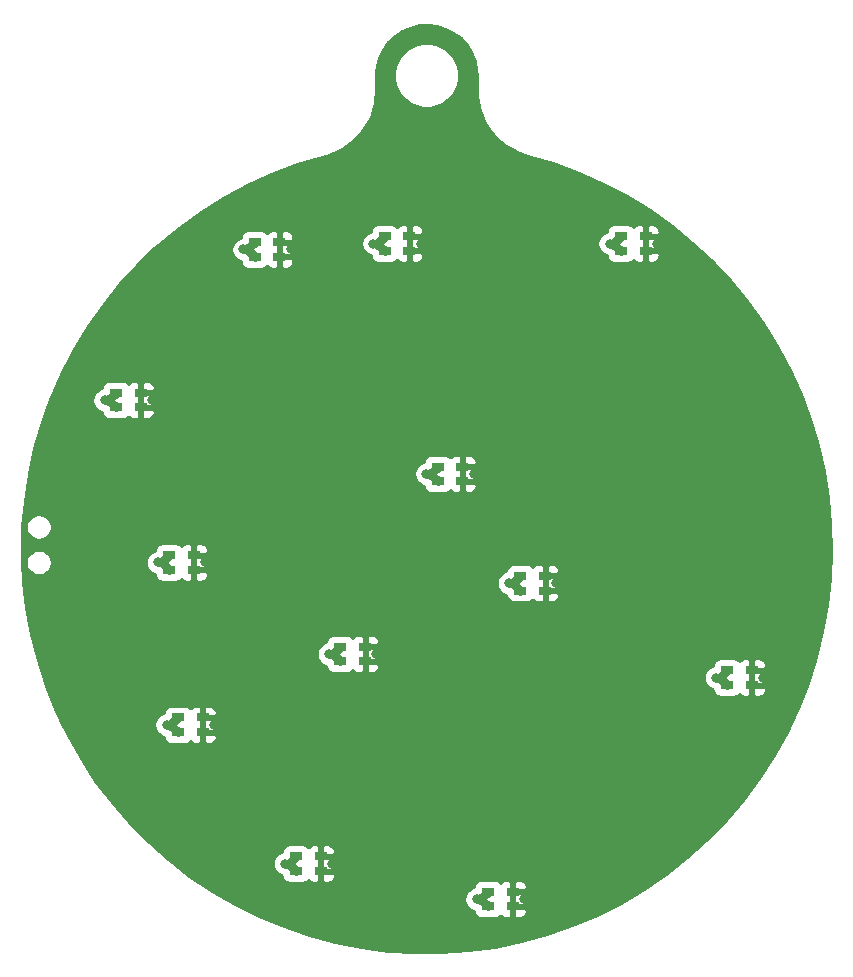
<source format=gbr>
%TF.GenerationSoftware,KiCad,Pcbnew,(5.1.10)-1*%
%TF.CreationDate,2021-10-17T16:41:48+02:00*%
%TF.ProjectId,TVZ_kuglica,54565a5f-6b75-4676-9c69-63612e6b6963,rev?*%
%TF.SameCoordinates,Original*%
%TF.FileFunction,Copper,L1,Top*%
%TF.FilePolarity,Positive*%
%FSLAX46Y46*%
G04 Gerber Fmt 4.6, Leading zero omitted, Abs format (unit mm)*
G04 Created by KiCad (PCBNEW (5.1.10)-1) date 2021-10-17 16:41:48*
%MOMM*%
%LPD*%
G01*
G04 APERTURE LIST*
%TA.AperFunction,SMDPad,CuDef*%
%ADD10R,1.100000X0.750000*%
%TD*%
%TA.AperFunction,ViaPad*%
%ADD11C,0.800000*%
%TD*%
%TA.AperFunction,Conductor*%
%ADD12C,0.762000*%
%TD*%
%TA.AperFunction,Conductor*%
%ADD13C,0.254000*%
%TD*%
%TA.AperFunction,Conductor*%
%ADD14C,0.100000*%
%TD*%
G04 APERTURE END LIST*
D10*
%TO.P,D1,1*%
%TO.N,Net-(D1-Pad1)*%
X110700000Y-86875000D03*
%TO.P,D1,2*%
%TO.N,GND*%
X112800000Y-86875000D03*
%TO.P,D1,1*%
%TO.N,Net-(D1-Pad1)*%
X110700000Y-88125000D03*
%TO.P,D1,2*%
%TO.N,GND*%
X112800000Y-88125000D03*
%TD*%
%TO.P,D2,2*%
%TO.N,GND*%
X124550000Y-75375000D03*
%TO.P,D2,1*%
%TO.N,Net-(D1-Pad1)*%
X122450000Y-75375000D03*
%TO.P,D2,2*%
%TO.N,GND*%
X124550000Y-74125000D03*
%TO.P,D2,1*%
%TO.N,Net-(D1-Pad1)*%
X122450000Y-74125000D03*
%TD*%
%TO.P,D3,1*%
%TO.N,Net-(D1-Pad1)*%
X153450000Y-73625000D03*
%TO.P,D3,2*%
%TO.N,GND*%
X155550000Y-73625000D03*
%TO.P,D3,1*%
%TO.N,Net-(D1-Pad1)*%
X153450000Y-74875000D03*
%TO.P,D3,2*%
%TO.N,GND*%
X155550000Y-74875000D03*
%TD*%
%TO.P,D4,2*%
%TO.N,GND*%
X131800000Y-109625000D03*
%TO.P,D4,1*%
%TO.N,Net-(D1-Pad1)*%
X129700000Y-109625000D03*
%TO.P,D4,2*%
%TO.N,GND*%
X131800000Y-108375000D03*
%TO.P,D4,1*%
%TO.N,Net-(D1-Pad1)*%
X129700000Y-108375000D03*
%TD*%
%TO.P,D5,1*%
%TO.N,Net-(D1-Pad1)*%
X115950000Y-114375000D03*
%TO.P,D5,2*%
%TO.N,GND*%
X118050000Y-114375000D03*
%TO.P,D5,1*%
%TO.N,Net-(D1-Pad1)*%
X115950000Y-115625000D03*
%TO.P,D5,2*%
%TO.N,GND*%
X118050000Y-115625000D03*
%TD*%
%TO.P,D6,2*%
%TO.N,GND*%
X117300000Y-101875000D03*
%TO.P,D6,1*%
%TO.N,Net-(D1-Pad1)*%
X115200000Y-101875000D03*
%TO.P,D6,2*%
%TO.N,GND*%
X117300000Y-100625000D03*
%TO.P,D6,1*%
%TO.N,Net-(D1-Pad1)*%
X115200000Y-100625000D03*
%TD*%
%TO.P,D7,1*%
%TO.N,Net-(D1-Pad1)*%
X142200000Y-129125000D03*
%TO.P,D7,2*%
%TO.N,GND*%
X144300000Y-129125000D03*
%TO.P,D7,1*%
%TO.N,Net-(D1-Pad1)*%
X142200000Y-130375000D03*
%TO.P,D7,2*%
%TO.N,GND*%
X144300000Y-130375000D03*
%TD*%
%TO.P,D8,2*%
%TO.N,GND*%
X164550000Y-111625000D03*
%TO.P,D8,1*%
%TO.N,Net-(D1-Pad1)*%
X162450000Y-111625000D03*
%TO.P,D8,2*%
%TO.N,GND*%
X164550000Y-110375000D03*
%TO.P,D8,1*%
%TO.N,Net-(D1-Pad1)*%
X162450000Y-110375000D03*
%TD*%
%TO.P,D9,1*%
%TO.N,Net-(D1-Pad1)*%
X133450000Y-73625000D03*
%TO.P,D9,2*%
%TO.N,GND*%
X135550000Y-73625000D03*
%TO.P,D9,1*%
%TO.N,Net-(D1-Pad1)*%
X133450000Y-74875000D03*
%TO.P,D9,2*%
%TO.N,GND*%
X135550000Y-74875000D03*
%TD*%
%TO.P,D10,2*%
%TO.N,GND*%
X147050000Y-103625000D03*
%TO.P,D10,1*%
%TO.N,Net-(D1-Pad1)*%
X144950000Y-103625000D03*
%TO.P,D10,2*%
%TO.N,GND*%
X147050000Y-102375000D03*
%TO.P,D10,1*%
%TO.N,Net-(D1-Pad1)*%
X144950000Y-102375000D03*
%TD*%
%TO.P,D11,1*%
%TO.N,Net-(D1-Pad1)*%
X125950000Y-126125000D03*
%TO.P,D11,2*%
%TO.N,GND*%
X128050000Y-126125000D03*
%TO.P,D11,1*%
%TO.N,Net-(D1-Pad1)*%
X125950000Y-127375000D03*
%TO.P,D11,2*%
%TO.N,GND*%
X128050000Y-127375000D03*
%TD*%
%TO.P,D12,1*%
%TO.N,Net-(D1-Pad1)*%
X137950000Y-93125000D03*
%TO.P,D12,2*%
%TO.N,GND*%
X140050000Y-93125000D03*
%TO.P,D12,1*%
%TO.N,Net-(D1-Pad1)*%
X137950000Y-94375000D03*
%TO.P,D12,2*%
%TO.N,GND*%
X140050000Y-94375000D03*
%TD*%
D11*
%TO.N,Net-(D1-Pad1)*%
X144000000Y-103000000D03*
X161500000Y-111000000D03*
X141250000Y-129750000D03*
X109750000Y-87500000D03*
X121500000Y-74750000D03*
X132500000Y-74250000D03*
X152500000Y-74250000D03*
X128750000Y-109000000D03*
X114250000Y-101250000D03*
X115000000Y-115000000D03*
X125000000Y-126750000D03*
X137000000Y-93750000D03*
%TO.N,GND*%
X118500000Y-126000000D03*
X134750000Y-125750000D03*
X135000000Y-133000000D03*
X145250000Y-126250000D03*
X153750000Y-127750000D03*
X155750000Y-76750000D03*
X130750000Y-73250000D03*
X120250000Y-84000000D03*
X126250000Y-93250000D03*
X120250000Y-105250000D03*
X128250000Y-104000000D03*
X108000000Y-107250000D03*
X118000000Y-110250000D03*
X138000000Y-112250000D03*
X149750000Y-117000000D03*
X147000000Y-108250000D03*
X165000000Y-105250000D03*
X161250000Y-117250000D03*
X155250000Y-97750000D03*
X157750000Y-90000000D03*
X139750000Y-100000000D03*
X165500000Y-111000000D03*
X132750000Y-109000000D03*
X148000000Y-103000000D03*
X119000000Y-115000000D03*
X118250000Y-101250000D03*
X145250000Y-129750000D03*
X113750000Y-87500000D03*
X136500000Y-74250000D03*
X156500000Y-74250000D03*
X125500000Y-74750000D03*
X129000000Y-126750000D03*
X141000000Y-93750000D03*
%TD*%
D12*
%TO.N,Net-(D1-Pad1)*%
X115325000Y-115000000D02*
X115950000Y-114375000D01*
X115325000Y-115000000D02*
X115950000Y-115625000D01*
X115000000Y-115000000D02*
X115325000Y-115000000D01*
X114575000Y-101250000D02*
X115200000Y-100625000D01*
X114575000Y-101250000D02*
X115200000Y-101875000D01*
X114250000Y-101250000D02*
X114575000Y-101250000D01*
X129075000Y-109000000D02*
X129700000Y-109625000D01*
X129075000Y-109000000D02*
X129700000Y-108375000D01*
X128750000Y-109000000D02*
X129075000Y-109000000D01*
X152825000Y-74250000D02*
X153450000Y-74875000D01*
X152825000Y-74250000D02*
X153450000Y-73625000D01*
X161825000Y-111000000D02*
X162450000Y-110375000D01*
X161825000Y-111000000D02*
X162450000Y-111625000D01*
X161500000Y-111000000D02*
X161825000Y-111000000D01*
X144325000Y-103000000D02*
X144950000Y-102375000D01*
X144325000Y-103000000D02*
X144950000Y-103625000D01*
X144000000Y-103000000D02*
X144325000Y-103000000D01*
X110075000Y-87500000D02*
X110700000Y-86875000D01*
X110075000Y-87500000D02*
X110700000Y-88125000D01*
X109750000Y-87500000D02*
X110075000Y-87500000D01*
X121825000Y-74750000D02*
X122450000Y-74125000D01*
X121825000Y-74750000D02*
X122450000Y-75375000D01*
X121500000Y-74750000D02*
X121825000Y-74750000D01*
X132825000Y-74250000D02*
X133450000Y-73625000D01*
X132825000Y-74250000D02*
X133450000Y-74875000D01*
X141575000Y-129750000D02*
X142200000Y-130375000D01*
X141575000Y-129750000D02*
X142200000Y-129125000D01*
X141250000Y-129750000D02*
X141575000Y-129750000D01*
X125325000Y-126750000D02*
X125950000Y-126125000D01*
X125325000Y-126750000D02*
X125950000Y-127375000D01*
X125000000Y-126750000D02*
X125325000Y-126750000D01*
X137325000Y-93750000D02*
X137950000Y-93125000D01*
X137325000Y-93750000D02*
X137950000Y-94375000D01*
X137000000Y-93750000D02*
X137325000Y-93750000D01*
%TD*%
D13*
%TO.N,GND*%
X137886138Y-55831059D02*
X138610388Y-56053867D01*
X139283738Y-56401409D01*
X139884901Y-56862699D01*
X140394872Y-57423149D01*
X140797540Y-58065057D01*
X141080170Y-58768122D01*
X141236190Y-59521513D01*
X141265000Y-60021169D01*
X141265001Y-61306272D01*
X141266298Y-61319440D01*
X141278413Y-61656049D01*
X141278863Y-61659632D01*
X141278707Y-61663242D01*
X141287438Y-61747410D01*
X141429908Y-62624862D01*
X141435629Y-62647269D01*
X141438736Y-62670183D01*
X141462234Y-62751474D01*
X141757835Y-63589830D01*
X141767433Y-63610870D01*
X141774549Y-63632871D01*
X141812059Y-63708691D01*
X141812071Y-63708717D01*
X141812077Y-63708725D01*
X142251461Y-64481476D01*
X142264630Y-64500478D01*
X142275533Y-64520879D01*
X142325894Y-64588881D01*
X142895182Y-65271616D01*
X142911512Y-65287990D01*
X142925851Y-65306132D01*
X142987458Y-65364142D01*
X143668651Y-65935276D01*
X143687625Y-65948502D01*
X143704950Y-65963817D01*
X143775855Y-66010000D01*
X144547423Y-66451478D01*
X144568436Y-66461133D01*
X144588200Y-66473139D01*
X144666163Y-66506036D01*
X145503715Y-66803905D01*
X145508021Y-66805017D01*
X145525587Y-66811299D01*
X145542755Y-66816572D01*
X147746053Y-67464098D01*
X149878711Y-68247813D01*
X151954729Y-69171140D01*
X153965017Y-70230036D01*
X155900673Y-71419812D01*
X157753239Y-72735268D01*
X159514561Y-74170616D01*
X161176886Y-75719540D01*
X162732884Y-77375207D01*
X164175738Y-79130360D01*
X165499106Y-80977290D01*
X166697162Y-82907865D01*
X167764630Y-84913581D01*
X168696830Y-86985643D01*
X169489658Y-89114933D01*
X170139624Y-91292080D01*
X170643873Y-93507517D01*
X171000188Y-95751501D01*
X171207004Y-98014175D01*
X171263407Y-100285560D01*
X171169153Y-102555700D01*
X170924654Y-104814605D01*
X170530986Y-107052337D01*
X169989882Y-109259064D01*
X169303718Y-111425077D01*
X168475512Y-113540851D01*
X167508906Y-115597090D01*
X166408155Y-117584736D01*
X165178083Y-119495080D01*
X163824120Y-121319689D01*
X162352204Y-123050560D01*
X160768823Y-124680064D01*
X159080926Y-126201055D01*
X157295931Y-127606843D01*
X155421695Y-128891239D01*
X153466456Y-130048599D01*
X151438820Y-131073832D01*
X149347702Y-131962428D01*
X147202263Y-132710493D01*
X145011999Y-133314718D01*
X142786467Y-133772464D01*
X140535523Y-134081705D01*
X138269022Y-134241089D01*
X135996953Y-134249911D01*
X133729262Y-134108134D01*
X131475992Y-133816385D01*
X129246983Y-133375938D01*
X127052076Y-132788738D01*
X124900917Y-132057366D01*
X122802939Y-131185029D01*
X120767401Y-130175574D01*
X119860225Y-129648061D01*
X140215000Y-129648061D01*
X140215000Y-129851939D01*
X140254774Y-130051898D01*
X140332795Y-130240256D01*
X140446063Y-130409774D01*
X140590226Y-130553937D01*
X140759744Y-130667205D01*
X140948102Y-130745226D01*
X141012724Y-130758080D01*
X141024188Y-130874482D01*
X141060498Y-130994180D01*
X141119463Y-131104494D01*
X141198815Y-131201185D01*
X141295506Y-131280537D01*
X141405820Y-131339502D01*
X141525518Y-131375812D01*
X141650000Y-131388072D01*
X142120375Y-131388072D01*
X142199999Y-131395914D01*
X142279623Y-131388072D01*
X142750000Y-131388072D01*
X142874482Y-131375812D01*
X142994180Y-131339502D01*
X143104494Y-131280537D01*
X143201185Y-131201185D01*
X143250000Y-131141704D01*
X143298815Y-131201185D01*
X143395506Y-131280537D01*
X143505820Y-131339502D01*
X143625518Y-131375812D01*
X143750000Y-131388072D01*
X144014250Y-131385000D01*
X144173000Y-131226250D01*
X144173000Y-130502000D01*
X144427000Y-130502000D01*
X144427000Y-131226250D01*
X144585750Y-131385000D01*
X144850000Y-131388072D01*
X144974482Y-131375812D01*
X145094180Y-131339502D01*
X145204494Y-131280537D01*
X145301185Y-131201185D01*
X145380537Y-131104494D01*
X145439502Y-130994180D01*
X145475812Y-130874482D01*
X145488072Y-130750000D01*
X145485000Y-130660750D01*
X145326250Y-130502000D01*
X144427000Y-130502000D01*
X144173000Y-130502000D01*
X144153000Y-130502000D01*
X144153000Y-130248000D01*
X144173000Y-130248000D01*
X144173000Y-129252000D01*
X144427000Y-129252000D01*
X144427000Y-130248000D01*
X145326250Y-130248000D01*
X145485000Y-130089250D01*
X145488072Y-130000000D01*
X145475812Y-129875518D01*
X145439502Y-129755820D01*
X145436391Y-129750000D01*
X145439502Y-129744180D01*
X145475812Y-129624482D01*
X145488072Y-129500000D01*
X145485000Y-129410750D01*
X145326250Y-129252000D01*
X144427000Y-129252000D01*
X144173000Y-129252000D01*
X144153000Y-129252000D01*
X144153000Y-128998000D01*
X144173000Y-128998000D01*
X144173000Y-128273750D01*
X144427000Y-128273750D01*
X144427000Y-128998000D01*
X145326250Y-128998000D01*
X145485000Y-128839250D01*
X145488072Y-128750000D01*
X145475812Y-128625518D01*
X145439502Y-128505820D01*
X145380537Y-128395506D01*
X145301185Y-128298815D01*
X145204494Y-128219463D01*
X145094180Y-128160498D01*
X144974482Y-128124188D01*
X144850000Y-128111928D01*
X144585750Y-128115000D01*
X144427000Y-128273750D01*
X144173000Y-128273750D01*
X144014250Y-128115000D01*
X143750000Y-128111928D01*
X143625518Y-128124188D01*
X143505820Y-128160498D01*
X143395506Y-128219463D01*
X143298815Y-128298815D01*
X143250000Y-128358296D01*
X143201185Y-128298815D01*
X143104494Y-128219463D01*
X142994180Y-128160498D01*
X142874482Y-128124188D01*
X142750000Y-128111928D01*
X142279623Y-128111928D01*
X142199999Y-128104086D01*
X142120375Y-128111928D01*
X141650000Y-128111928D01*
X141525518Y-128124188D01*
X141405820Y-128160498D01*
X141295506Y-128219463D01*
X141198815Y-128298815D01*
X141119463Y-128395506D01*
X141060498Y-128505820D01*
X141024188Y-128625518D01*
X141012724Y-128741920D01*
X140948102Y-128754774D01*
X140759744Y-128832795D01*
X140590226Y-128946063D01*
X140446063Y-129090226D01*
X140332795Y-129259744D01*
X140254774Y-129448102D01*
X140215000Y-129648061D01*
X119860225Y-129648061D01*
X118803237Y-129033435D01*
X116919085Y-127763634D01*
X115479732Y-126648061D01*
X123965000Y-126648061D01*
X123965000Y-126851939D01*
X124004774Y-127051898D01*
X124082795Y-127240256D01*
X124196063Y-127409774D01*
X124340226Y-127553937D01*
X124509744Y-127667205D01*
X124698102Y-127745226D01*
X124762724Y-127758080D01*
X124774188Y-127874482D01*
X124810498Y-127994180D01*
X124869463Y-128104494D01*
X124948815Y-128201185D01*
X125045506Y-128280537D01*
X125155820Y-128339502D01*
X125275518Y-128375812D01*
X125400000Y-128388072D01*
X125870375Y-128388072D01*
X125949999Y-128395914D01*
X126029623Y-128388072D01*
X126500000Y-128388072D01*
X126624482Y-128375812D01*
X126744180Y-128339502D01*
X126854494Y-128280537D01*
X126951185Y-128201185D01*
X127000000Y-128141704D01*
X127048815Y-128201185D01*
X127145506Y-128280537D01*
X127255820Y-128339502D01*
X127375518Y-128375812D01*
X127500000Y-128388072D01*
X127764250Y-128385000D01*
X127923000Y-128226250D01*
X127923000Y-127502000D01*
X128177000Y-127502000D01*
X128177000Y-128226250D01*
X128335750Y-128385000D01*
X128600000Y-128388072D01*
X128724482Y-128375812D01*
X128844180Y-128339502D01*
X128954494Y-128280537D01*
X129051185Y-128201185D01*
X129130537Y-128104494D01*
X129189502Y-127994180D01*
X129225812Y-127874482D01*
X129238072Y-127750000D01*
X129235000Y-127660750D01*
X129076250Y-127502000D01*
X128177000Y-127502000D01*
X127923000Y-127502000D01*
X127903000Y-127502000D01*
X127903000Y-127248000D01*
X127923000Y-127248000D01*
X127923000Y-126252000D01*
X128177000Y-126252000D01*
X128177000Y-127248000D01*
X129076250Y-127248000D01*
X129235000Y-127089250D01*
X129238072Y-127000000D01*
X129225812Y-126875518D01*
X129189502Y-126755820D01*
X129186391Y-126750000D01*
X129189502Y-126744180D01*
X129225812Y-126624482D01*
X129238072Y-126500000D01*
X129235000Y-126410750D01*
X129076250Y-126252000D01*
X128177000Y-126252000D01*
X127923000Y-126252000D01*
X127903000Y-126252000D01*
X127903000Y-125998000D01*
X127923000Y-125998000D01*
X127923000Y-125273750D01*
X128177000Y-125273750D01*
X128177000Y-125998000D01*
X129076250Y-125998000D01*
X129235000Y-125839250D01*
X129238072Y-125750000D01*
X129225812Y-125625518D01*
X129189502Y-125505820D01*
X129130537Y-125395506D01*
X129051185Y-125298815D01*
X128954494Y-125219463D01*
X128844180Y-125160498D01*
X128724482Y-125124188D01*
X128600000Y-125111928D01*
X128335750Y-125115000D01*
X128177000Y-125273750D01*
X127923000Y-125273750D01*
X127764250Y-125115000D01*
X127500000Y-125111928D01*
X127375518Y-125124188D01*
X127255820Y-125160498D01*
X127145506Y-125219463D01*
X127048815Y-125298815D01*
X127000000Y-125358296D01*
X126951185Y-125298815D01*
X126854494Y-125219463D01*
X126744180Y-125160498D01*
X126624482Y-125124188D01*
X126500000Y-125111928D01*
X126029623Y-125111928D01*
X125949999Y-125104086D01*
X125870375Y-125111928D01*
X125400000Y-125111928D01*
X125275518Y-125124188D01*
X125155820Y-125160498D01*
X125045506Y-125219463D01*
X124948815Y-125298815D01*
X124869463Y-125395506D01*
X124810498Y-125505820D01*
X124774188Y-125625518D01*
X124762724Y-125741920D01*
X124698102Y-125754774D01*
X124509744Y-125832795D01*
X124340226Y-125946063D01*
X124196063Y-126090226D01*
X124082795Y-126259744D01*
X124004774Y-126448102D01*
X123965000Y-126648061D01*
X115479732Y-126648061D01*
X115123223Y-126371749D01*
X113423564Y-124863914D01*
X111827572Y-123246751D01*
X110342263Y-121527368D01*
X108974171Y-119713331D01*
X107729304Y-117812605D01*
X106613144Y-115833557D01*
X106164478Y-114898061D01*
X113965000Y-114898061D01*
X113965000Y-115101939D01*
X114004774Y-115301898D01*
X114082795Y-115490256D01*
X114196063Y-115659774D01*
X114340226Y-115803937D01*
X114509744Y-115917205D01*
X114698102Y-115995226D01*
X114762724Y-116008080D01*
X114774188Y-116124482D01*
X114810498Y-116244180D01*
X114869463Y-116354494D01*
X114948815Y-116451185D01*
X115045506Y-116530537D01*
X115155820Y-116589502D01*
X115275518Y-116625812D01*
X115400000Y-116638072D01*
X115870375Y-116638072D01*
X115949999Y-116645914D01*
X116029623Y-116638072D01*
X116500000Y-116638072D01*
X116624482Y-116625812D01*
X116744180Y-116589502D01*
X116854494Y-116530537D01*
X116951185Y-116451185D01*
X117000000Y-116391704D01*
X117048815Y-116451185D01*
X117145506Y-116530537D01*
X117255820Y-116589502D01*
X117375518Y-116625812D01*
X117500000Y-116638072D01*
X117764250Y-116635000D01*
X117923000Y-116476250D01*
X117923000Y-115752000D01*
X118177000Y-115752000D01*
X118177000Y-116476250D01*
X118335750Y-116635000D01*
X118600000Y-116638072D01*
X118724482Y-116625812D01*
X118844180Y-116589502D01*
X118954494Y-116530537D01*
X119051185Y-116451185D01*
X119130537Y-116354494D01*
X119189502Y-116244180D01*
X119225812Y-116124482D01*
X119238072Y-116000000D01*
X119235000Y-115910750D01*
X119076250Y-115752000D01*
X118177000Y-115752000D01*
X117923000Y-115752000D01*
X117903000Y-115752000D01*
X117903000Y-115498000D01*
X117923000Y-115498000D01*
X117923000Y-114502000D01*
X118177000Y-114502000D01*
X118177000Y-115498000D01*
X119076250Y-115498000D01*
X119235000Y-115339250D01*
X119238072Y-115250000D01*
X119225812Y-115125518D01*
X119189502Y-115005820D01*
X119186391Y-115000000D01*
X119189502Y-114994180D01*
X119225812Y-114874482D01*
X119238072Y-114750000D01*
X119235000Y-114660750D01*
X119076250Y-114502000D01*
X118177000Y-114502000D01*
X117923000Y-114502000D01*
X117903000Y-114502000D01*
X117903000Y-114248000D01*
X117923000Y-114248000D01*
X117923000Y-113523750D01*
X118177000Y-113523750D01*
X118177000Y-114248000D01*
X119076250Y-114248000D01*
X119235000Y-114089250D01*
X119238072Y-114000000D01*
X119225812Y-113875518D01*
X119189502Y-113755820D01*
X119130537Y-113645506D01*
X119051185Y-113548815D01*
X118954494Y-113469463D01*
X118844180Y-113410498D01*
X118724482Y-113374188D01*
X118600000Y-113361928D01*
X118335750Y-113365000D01*
X118177000Y-113523750D01*
X117923000Y-113523750D01*
X117764250Y-113365000D01*
X117500000Y-113361928D01*
X117375518Y-113374188D01*
X117255820Y-113410498D01*
X117145506Y-113469463D01*
X117048815Y-113548815D01*
X117000000Y-113608296D01*
X116951185Y-113548815D01*
X116854494Y-113469463D01*
X116744180Y-113410498D01*
X116624482Y-113374188D01*
X116500000Y-113361928D01*
X116029623Y-113361928D01*
X115949999Y-113354086D01*
X115870375Y-113361928D01*
X115400000Y-113361928D01*
X115275518Y-113374188D01*
X115155820Y-113410498D01*
X115045506Y-113469463D01*
X114948815Y-113548815D01*
X114869463Y-113645506D01*
X114810498Y-113755820D01*
X114774188Y-113875518D01*
X114762724Y-113991920D01*
X114698102Y-114004774D01*
X114509744Y-114082795D01*
X114340226Y-114196063D01*
X114196063Y-114340226D01*
X114082795Y-114509744D01*
X114004774Y-114698102D01*
X113965000Y-114898061D01*
X106164478Y-114898061D01*
X105630601Y-113784897D01*
X104785986Y-111675609D01*
X104533009Y-110898061D01*
X160465000Y-110898061D01*
X160465000Y-111101939D01*
X160504774Y-111301898D01*
X160582795Y-111490256D01*
X160696063Y-111659774D01*
X160840226Y-111803937D01*
X161009744Y-111917205D01*
X161198102Y-111995226D01*
X161262724Y-112008080D01*
X161274188Y-112124482D01*
X161310498Y-112244180D01*
X161369463Y-112354494D01*
X161448815Y-112451185D01*
X161545506Y-112530537D01*
X161655820Y-112589502D01*
X161775518Y-112625812D01*
X161900000Y-112638072D01*
X162370375Y-112638072D01*
X162449999Y-112645914D01*
X162529623Y-112638072D01*
X163000000Y-112638072D01*
X163124482Y-112625812D01*
X163244180Y-112589502D01*
X163354494Y-112530537D01*
X163451185Y-112451185D01*
X163500000Y-112391704D01*
X163548815Y-112451185D01*
X163645506Y-112530537D01*
X163755820Y-112589502D01*
X163875518Y-112625812D01*
X164000000Y-112638072D01*
X164264250Y-112635000D01*
X164423000Y-112476250D01*
X164423000Y-111752000D01*
X164677000Y-111752000D01*
X164677000Y-112476250D01*
X164835750Y-112635000D01*
X165100000Y-112638072D01*
X165224482Y-112625812D01*
X165344180Y-112589502D01*
X165454494Y-112530537D01*
X165551185Y-112451185D01*
X165630537Y-112354494D01*
X165689502Y-112244180D01*
X165725812Y-112124482D01*
X165738072Y-112000000D01*
X165735000Y-111910750D01*
X165576250Y-111752000D01*
X164677000Y-111752000D01*
X164423000Y-111752000D01*
X164403000Y-111752000D01*
X164403000Y-111498000D01*
X164423000Y-111498000D01*
X164423000Y-110502000D01*
X164677000Y-110502000D01*
X164677000Y-111498000D01*
X165576250Y-111498000D01*
X165735000Y-111339250D01*
X165738072Y-111250000D01*
X165725812Y-111125518D01*
X165689502Y-111005820D01*
X165686391Y-111000000D01*
X165689502Y-110994180D01*
X165725812Y-110874482D01*
X165738072Y-110750000D01*
X165735000Y-110660750D01*
X165576250Y-110502000D01*
X164677000Y-110502000D01*
X164423000Y-110502000D01*
X164403000Y-110502000D01*
X164403000Y-110248000D01*
X164423000Y-110248000D01*
X164423000Y-109523750D01*
X164677000Y-109523750D01*
X164677000Y-110248000D01*
X165576250Y-110248000D01*
X165735000Y-110089250D01*
X165738072Y-110000000D01*
X165725812Y-109875518D01*
X165689502Y-109755820D01*
X165630537Y-109645506D01*
X165551185Y-109548815D01*
X165454494Y-109469463D01*
X165344180Y-109410498D01*
X165224482Y-109374188D01*
X165100000Y-109361928D01*
X164835750Y-109365000D01*
X164677000Y-109523750D01*
X164423000Y-109523750D01*
X164264250Y-109365000D01*
X164000000Y-109361928D01*
X163875518Y-109374188D01*
X163755820Y-109410498D01*
X163645506Y-109469463D01*
X163548815Y-109548815D01*
X163500000Y-109608296D01*
X163451185Y-109548815D01*
X163354494Y-109469463D01*
X163244180Y-109410498D01*
X163124482Y-109374188D01*
X163000000Y-109361928D01*
X162529623Y-109361928D01*
X162449999Y-109354086D01*
X162370375Y-109361928D01*
X161900000Y-109361928D01*
X161775518Y-109374188D01*
X161655820Y-109410498D01*
X161545506Y-109469463D01*
X161448815Y-109548815D01*
X161369463Y-109645506D01*
X161310498Y-109755820D01*
X161274188Y-109875518D01*
X161262724Y-109991920D01*
X161198102Y-110004774D01*
X161009744Y-110082795D01*
X160840226Y-110196063D01*
X160696063Y-110340226D01*
X160582795Y-110509744D01*
X160504774Y-110698102D01*
X160465000Y-110898061D01*
X104533009Y-110898061D01*
X104083026Y-109515005D01*
X103926658Y-108898061D01*
X127715000Y-108898061D01*
X127715000Y-109101939D01*
X127754774Y-109301898D01*
X127832795Y-109490256D01*
X127946063Y-109659774D01*
X128090226Y-109803937D01*
X128259744Y-109917205D01*
X128448102Y-109995226D01*
X128512724Y-110008080D01*
X128524188Y-110124482D01*
X128560498Y-110244180D01*
X128619463Y-110354494D01*
X128698815Y-110451185D01*
X128795506Y-110530537D01*
X128905820Y-110589502D01*
X129025518Y-110625812D01*
X129150000Y-110638072D01*
X129620375Y-110638072D01*
X129699999Y-110645914D01*
X129779623Y-110638072D01*
X130250000Y-110638072D01*
X130374482Y-110625812D01*
X130494180Y-110589502D01*
X130604494Y-110530537D01*
X130701185Y-110451185D01*
X130750000Y-110391704D01*
X130798815Y-110451185D01*
X130895506Y-110530537D01*
X131005820Y-110589502D01*
X131125518Y-110625812D01*
X131250000Y-110638072D01*
X131514250Y-110635000D01*
X131673000Y-110476250D01*
X131673000Y-109752000D01*
X131927000Y-109752000D01*
X131927000Y-110476250D01*
X132085750Y-110635000D01*
X132350000Y-110638072D01*
X132474482Y-110625812D01*
X132594180Y-110589502D01*
X132704494Y-110530537D01*
X132801185Y-110451185D01*
X132880537Y-110354494D01*
X132939502Y-110244180D01*
X132975812Y-110124482D01*
X132988072Y-110000000D01*
X132985000Y-109910750D01*
X132826250Y-109752000D01*
X131927000Y-109752000D01*
X131673000Y-109752000D01*
X131653000Y-109752000D01*
X131653000Y-109498000D01*
X131673000Y-109498000D01*
X131673000Y-108502000D01*
X131927000Y-108502000D01*
X131927000Y-109498000D01*
X132826250Y-109498000D01*
X132985000Y-109339250D01*
X132988072Y-109250000D01*
X132975812Y-109125518D01*
X132939502Y-109005820D01*
X132936391Y-109000000D01*
X132939502Y-108994180D01*
X132975812Y-108874482D01*
X132988072Y-108750000D01*
X132985000Y-108660750D01*
X132826250Y-108502000D01*
X131927000Y-108502000D01*
X131673000Y-108502000D01*
X131653000Y-108502000D01*
X131653000Y-108248000D01*
X131673000Y-108248000D01*
X131673000Y-107523750D01*
X131927000Y-107523750D01*
X131927000Y-108248000D01*
X132826250Y-108248000D01*
X132985000Y-108089250D01*
X132988072Y-108000000D01*
X132975812Y-107875518D01*
X132939502Y-107755820D01*
X132880537Y-107645506D01*
X132801185Y-107548815D01*
X132704494Y-107469463D01*
X132594180Y-107410498D01*
X132474482Y-107374188D01*
X132350000Y-107361928D01*
X132085750Y-107365000D01*
X131927000Y-107523750D01*
X131673000Y-107523750D01*
X131514250Y-107365000D01*
X131250000Y-107361928D01*
X131125518Y-107374188D01*
X131005820Y-107410498D01*
X130895506Y-107469463D01*
X130798815Y-107548815D01*
X130750000Y-107608296D01*
X130701185Y-107548815D01*
X130604494Y-107469463D01*
X130494180Y-107410498D01*
X130374482Y-107374188D01*
X130250000Y-107361928D01*
X129779623Y-107361928D01*
X129699999Y-107354086D01*
X129620375Y-107361928D01*
X129150000Y-107361928D01*
X129025518Y-107374188D01*
X128905820Y-107410498D01*
X128795506Y-107469463D01*
X128698815Y-107548815D01*
X128619463Y-107645506D01*
X128560498Y-107755820D01*
X128524188Y-107875518D01*
X128512724Y-107991920D01*
X128448102Y-108004774D01*
X128259744Y-108082795D01*
X128090226Y-108196063D01*
X127946063Y-108340226D01*
X127832795Y-108509744D01*
X127754774Y-108698102D01*
X127715000Y-108898061D01*
X103926658Y-108898061D01*
X103524797Y-107312547D01*
X103113763Y-105077935D01*
X102860675Y-102898061D01*
X142965000Y-102898061D01*
X142965000Y-103101939D01*
X143004774Y-103301898D01*
X143082795Y-103490256D01*
X143196063Y-103659774D01*
X143340226Y-103803937D01*
X143509744Y-103917205D01*
X143698102Y-103995226D01*
X143762724Y-104008080D01*
X143774188Y-104124482D01*
X143810498Y-104244180D01*
X143869463Y-104354494D01*
X143948815Y-104451185D01*
X144045506Y-104530537D01*
X144155820Y-104589502D01*
X144275518Y-104625812D01*
X144400000Y-104638072D01*
X144870375Y-104638072D01*
X144949999Y-104645914D01*
X145029623Y-104638072D01*
X145500000Y-104638072D01*
X145624482Y-104625812D01*
X145744180Y-104589502D01*
X145854494Y-104530537D01*
X145951185Y-104451185D01*
X146000000Y-104391704D01*
X146048815Y-104451185D01*
X146145506Y-104530537D01*
X146255820Y-104589502D01*
X146375518Y-104625812D01*
X146500000Y-104638072D01*
X146764250Y-104635000D01*
X146923000Y-104476250D01*
X146923000Y-103752000D01*
X147177000Y-103752000D01*
X147177000Y-104476250D01*
X147335750Y-104635000D01*
X147600000Y-104638072D01*
X147724482Y-104625812D01*
X147844180Y-104589502D01*
X147954494Y-104530537D01*
X148051185Y-104451185D01*
X148130537Y-104354494D01*
X148189502Y-104244180D01*
X148225812Y-104124482D01*
X148238072Y-104000000D01*
X148235000Y-103910750D01*
X148076250Y-103752000D01*
X147177000Y-103752000D01*
X146923000Y-103752000D01*
X146903000Y-103752000D01*
X146903000Y-103498000D01*
X146923000Y-103498000D01*
X146923000Y-102502000D01*
X147177000Y-102502000D01*
X147177000Y-103498000D01*
X148076250Y-103498000D01*
X148235000Y-103339250D01*
X148238072Y-103250000D01*
X148225812Y-103125518D01*
X148189502Y-103005820D01*
X148186391Y-103000000D01*
X148189502Y-102994180D01*
X148225812Y-102874482D01*
X148238072Y-102750000D01*
X148235000Y-102660750D01*
X148076250Y-102502000D01*
X147177000Y-102502000D01*
X146923000Y-102502000D01*
X146903000Y-102502000D01*
X146903000Y-102248000D01*
X146923000Y-102248000D01*
X146923000Y-101523750D01*
X147177000Y-101523750D01*
X147177000Y-102248000D01*
X148076250Y-102248000D01*
X148235000Y-102089250D01*
X148238072Y-102000000D01*
X148225812Y-101875518D01*
X148189502Y-101755820D01*
X148130537Y-101645506D01*
X148051185Y-101548815D01*
X147954494Y-101469463D01*
X147844180Y-101410498D01*
X147724482Y-101374188D01*
X147600000Y-101361928D01*
X147335750Y-101365000D01*
X147177000Y-101523750D01*
X146923000Y-101523750D01*
X146764250Y-101365000D01*
X146500000Y-101361928D01*
X146375518Y-101374188D01*
X146255820Y-101410498D01*
X146145506Y-101469463D01*
X146048815Y-101548815D01*
X146000000Y-101608296D01*
X145951185Y-101548815D01*
X145854494Y-101469463D01*
X145744180Y-101410498D01*
X145624482Y-101374188D01*
X145500000Y-101361928D01*
X145029623Y-101361928D01*
X144949999Y-101354086D01*
X144870375Y-101361928D01*
X144400000Y-101361928D01*
X144275518Y-101374188D01*
X144155820Y-101410498D01*
X144045506Y-101469463D01*
X143948815Y-101548815D01*
X143869463Y-101645506D01*
X143810498Y-101755820D01*
X143774188Y-101875518D01*
X143762724Y-101991920D01*
X143698102Y-102004774D01*
X143509744Y-102082795D01*
X143340226Y-102196063D01*
X143196063Y-102340226D01*
X143082795Y-102509744D01*
X143004774Y-102698102D01*
X142965000Y-102898061D01*
X102860675Y-102898061D01*
X102851726Y-102820985D01*
X102769006Y-101143137D01*
X103085000Y-101143137D01*
X103085000Y-101356863D01*
X103126696Y-101566483D01*
X103208485Y-101763940D01*
X103327225Y-101941647D01*
X103478353Y-102092775D01*
X103656060Y-102211515D01*
X103853517Y-102293304D01*
X104063137Y-102335000D01*
X104276863Y-102335000D01*
X104486483Y-102293304D01*
X104683940Y-102211515D01*
X104861647Y-102092775D01*
X105012775Y-101941647D01*
X105131515Y-101763940D01*
X105213304Y-101566483D01*
X105255000Y-101356863D01*
X105255000Y-101148061D01*
X113215000Y-101148061D01*
X113215000Y-101351939D01*
X113254774Y-101551898D01*
X113332795Y-101740256D01*
X113446063Y-101909774D01*
X113590226Y-102053937D01*
X113759744Y-102167205D01*
X113948102Y-102245226D01*
X114012724Y-102258080D01*
X114024188Y-102374482D01*
X114060498Y-102494180D01*
X114119463Y-102604494D01*
X114198815Y-102701185D01*
X114295506Y-102780537D01*
X114405820Y-102839502D01*
X114525518Y-102875812D01*
X114650000Y-102888072D01*
X115120375Y-102888072D01*
X115199999Y-102895914D01*
X115279623Y-102888072D01*
X115750000Y-102888072D01*
X115874482Y-102875812D01*
X115994180Y-102839502D01*
X116104494Y-102780537D01*
X116201185Y-102701185D01*
X116250000Y-102641704D01*
X116298815Y-102701185D01*
X116395506Y-102780537D01*
X116505820Y-102839502D01*
X116625518Y-102875812D01*
X116750000Y-102888072D01*
X117014250Y-102885000D01*
X117173000Y-102726250D01*
X117173000Y-102002000D01*
X117427000Y-102002000D01*
X117427000Y-102726250D01*
X117585750Y-102885000D01*
X117850000Y-102888072D01*
X117974482Y-102875812D01*
X118094180Y-102839502D01*
X118204494Y-102780537D01*
X118301185Y-102701185D01*
X118380537Y-102604494D01*
X118439502Y-102494180D01*
X118475812Y-102374482D01*
X118488072Y-102250000D01*
X118485000Y-102160750D01*
X118326250Y-102002000D01*
X117427000Y-102002000D01*
X117173000Y-102002000D01*
X117153000Y-102002000D01*
X117153000Y-101748000D01*
X117173000Y-101748000D01*
X117173000Y-100752000D01*
X117427000Y-100752000D01*
X117427000Y-101748000D01*
X118326250Y-101748000D01*
X118485000Y-101589250D01*
X118488072Y-101500000D01*
X118475812Y-101375518D01*
X118439502Y-101255820D01*
X118436391Y-101250000D01*
X118439502Y-101244180D01*
X118475812Y-101124482D01*
X118488072Y-101000000D01*
X118485000Y-100910750D01*
X118326250Y-100752000D01*
X117427000Y-100752000D01*
X117173000Y-100752000D01*
X117153000Y-100752000D01*
X117153000Y-100498000D01*
X117173000Y-100498000D01*
X117173000Y-99773750D01*
X117427000Y-99773750D01*
X117427000Y-100498000D01*
X118326250Y-100498000D01*
X118485000Y-100339250D01*
X118488072Y-100250000D01*
X118475812Y-100125518D01*
X118439502Y-100005820D01*
X118380537Y-99895506D01*
X118301185Y-99798815D01*
X118204494Y-99719463D01*
X118094180Y-99660498D01*
X117974482Y-99624188D01*
X117850000Y-99611928D01*
X117585750Y-99615000D01*
X117427000Y-99773750D01*
X117173000Y-99773750D01*
X117014250Y-99615000D01*
X116750000Y-99611928D01*
X116625518Y-99624188D01*
X116505820Y-99660498D01*
X116395506Y-99719463D01*
X116298815Y-99798815D01*
X116250000Y-99858296D01*
X116201185Y-99798815D01*
X116104494Y-99719463D01*
X115994180Y-99660498D01*
X115874482Y-99624188D01*
X115750000Y-99611928D01*
X115279623Y-99611928D01*
X115199999Y-99604086D01*
X115120375Y-99611928D01*
X114650000Y-99611928D01*
X114525518Y-99624188D01*
X114405820Y-99660498D01*
X114295506Y-99719463D01*
X114198815Y-99798815D01*
X114119463Y-99895506D01*
X114060498Y-100005820D01*
X114024188Y-100125518D01*
X114012724Y-100241920D01*
X113948102Y-100254774D01*
X113759744Y-100332795D01*
X113590226Y-100446063D01*
X113446063Y-100590226D01*
X113332795Y-100759744D01*
X113254774Y-100948102D01*
X113215000Y-101148061D01*
X105255000Y-101148061D01*
X105255000Y-101143137D01*
X105213304Y-100933517D01*
X105131515Y-100736060D01*
X105012775Y-100558353D01*
X104861647Y-100407225D01*
X104683940Y-100288485D01*
X104486483Y-100206696D01*
X104276863Y-100165000D01*
X104063137Y-100165000D01*
X103853517Y-100206696D01*
X103656060Y-100288485D01*
X103478353Y-100407225D01*
X103327225Y-100558353D01*
X103208485Y-100736060D01*
X103126696Y-100933517D01*
X103085000Y-101143137D01*
X102769006Y-101143137D01*
X102739845Y-100551658D01*
X102778607Y-98279882D01*
X102790035Y-98143137D01*
X103085000Y-98143137D01*
X103085000Y-98356863D01*
X103126696Y-98566483D01*
X103208485Y-98763940D01*
X103327225Y-98941647D01*
X103478353Y-99092775D01*
X103656060Y-99211515D01*
X103853517Y-99293304D01*
X104063137Y-99335000D01*
X104276863Y-99335000D01*
X104486483Y-99293304D01*
X104683940Y-99211515D01*
X104861647Y-99092775D01*
X105012775Y-98941647D01*
X105131515Y-98763940D01*
X105213304Y-98566483D01*
X105255000Y-98356863D01*
X105255000Y-98143137D01*
X105213304Y-97933517D01*
X105131515Y-97736060D01*
X105012775Y-97558353D01*
X104861647Y-97407225D01*
X104683940Y-97288485D01*
X104486483Y-97206696D01*
X104276863Y-97165000D01*
X104063137Y-97165000D01*
X103853517Y-97206696D01*
X103656060Y-97288485D01*
X103478353Y-97407225D01*
X103327225Y-97558353D01*
X103208485Y-97736060D01*
X103126696Y-97933517D01*
X103085000Y-98143137D01*
X102790035Y-98143137D01*
X102967842Y-96015687D01*
X103306719Y-93768999D01*
X103333259Y-93648061D01*
X135965000Y-93648061D01*
X135965000Y-93851939D01*
X136004774Y-94051898D01*
X136082795Y-94240256D01*
X136196063Y-94409774D01*
X136340226Y-94553937D01*
X136509744Y-94667205D01*
X136698102Y-94745226D01*
X136762724Y-94758080D01*
X136774188Y-94874482D01*
X136810498Y-94994180D01*
X136869463Y-95104494D01*
X136948815Y-95201185D01*
X137045506Y-95280537D01*
X137155820Y-95339502D01*
X137275518Y-95375812D01*
X137400000Y-95388072D01*
X137870375Y-95388072D01*
X137949999Y-95395914D01*
X138029623Y-95388072D01*
X138500000Y-95388072D01*
X138624482Y-95375812D01*
X138744180Y-95339502D01*
X138854494Y-95280537D01*
X138951185Y-95201185D01*
X139000000Y-95141704D01*
X139048815Y-95201185D01*
X139145506Y-95280537D01*
X139255820Y-95339502D01*
X139375518Y-95375812D01*
X139500000Y-95388072D01*
X139764250Y-95385000D01*
X139923000Y-95226250D01*
X139923000Y-94502000D01*
X140177000Y-94502000D01*
X140177000Y-95226250D01*
X140335750Y-95385000D01*
X140600000Y-95388072D01*
X140724482Y-95375812D01*
X140844180Y-95339502D01*
X140954494Y-95280537D01*
X141051185Y-95201185D01*
X141130537Y-95104494D01*
X141189502Y-94994180D01*
X141225812Y-94874482D01*
X141238072Y-94750000D01*
X141235000Y-94660750D01*
X141076250Y-94502000D01*
X140177000Y-94502000D01*
X139923000Y-94502000D01*
X139903000Y-94502000D01*
X139903000Y-94248000D01*
X139923000Y-94248000D01*
X139923000Y-93252000D01*
X140177000Y-93252000D01*
X140177000Y-94248000D01*
X141076250Y-94248000D01*
X141235000Y-94089250D01*
X141238072Y-94000000D01*
X141225812Y-93875518D01*
X141189502Y-93755820D01*
X141186391Y-93750000D01*
X141189502Y-93744180D01*
X141225812Y-93624482D01*
X141238072Y-93500000D01*
X141235000Y-93410750D01*
X141076250Y-93252000D01*
X140177000Y-93252000D01*
X139923000Y-93252000D01*
X139903000Y-93252000D01*
X139903000Y-92998000D01*
X139923000Y-92998000D01*
X139923000Y-92273750D01*
X140177000Y-92273750D01*
X140177000Y-92998000D01*
X141076250Y-92998000D01*
X141235000Y-92839250D01*
X141238072Y-92750000D01*
X141225812Y-92625518D01*
X141189502Y-92505820D01*
X141130537Y-92395506D01*
X141051185Y-92298815D01*
X140954494Y-92219463D01*
X140844180Y-92160498D01*
X140724482Y-92124188D01*
X140600000Y-92111928D01*
X140335750Y-92115000D01*
X140177000Y-92273750D01*
X139923000Y-92273750D01*
X139764250Y-92115000D01*
X139500000Y-92111928D01*
X139375518Y-92124188D01*
X139255820Y-92160498D01*
X139145506Y-92219463D01*
X139048815Y-92298815D01*
X139000000Y-92358296D01*
X138951185Y-92298815D01*
X138854494Y-92219463D01*
X138744180Y-92160498D01*
X138624482Y-92124188D01*
X138500000Y-92111928D01*
X138029623Y-92111928D01*
X137949999Y-92104086D01*
X137870375Y-92111928D01*
X137400000Y-92111928D01*
X137275518Y-92124188D01*
X137155820Y-92160498D01*
X137045506Y-92219463D01*
X136948815Y-92298815D01*
X136869463Y-92395506D01*
X136810498Y-92505820D01*
X136774188Y-92625518D01*
X136762724Y-92741920D01*
X136698102Y-92754774D01*
X136509744Y-92832795D01*
X136340226Y-92946063D01*
X136196063Y-93090226D01*
X136082795Y-93259744D01*
X136004774Y-93448102D01*
X135965000Y-93648061D01*
X103333259Y-93648061D01*
X103793749Y-91549706D01*
X104426782Y-89367594D01*
X105142758Y-87398061D01*
X108715000Y-87398061D01*
X108715000Y-87601939D01*
X108754774Y-87801898D01*
X108832795Y-87990256D01*
X108946063Y-88159774D01*
X109090226Y-88303937D01*
X109259744Y-88417205D01*
X109448102Y-88495226D01*
X109512724Y-88508080D01*
X109524188Y-88624482D01*
X109560498Y-88744180D01*
X109619463Y-88854494D01*
X109698815Y-88951185D01*
X109795506Y-89030537D01*
X109905820Y-89089502D01*
X110025518Y-89125812D01*
X110150000Y-89138072D01*
X110620375Y-89138072D01*
X110699999Y-89145914D01*
X110779623Y-89138072D01*
X111250000Y-89138072D01*
X111374482Y-89125812D01*
X111494180Y-89089502D01*
X111604494Y-89030537D01*
X111701185Y-88951185D01*
X111750000Y-88891704D01*
X111798815Y-88951185D01*
X111895506Y-89030537D01*
X112005820Y-89089502D01*
X112125518Y-89125812D01*
X112250000Y-89138072D01*
X112514250Y-89135000D01*
X112673000Y-88976250D01*
X112673000Y-88252000D01*
X112927000Y-88252000D01*
X112927000Y-88976250D01*
X113085750Y-89135000D01*
X113350000Y-89138072D01*
X113474482Y-89125812D01*
X113594180Y-89089502D01*
X113704494Y-89030537D01*
X113801185Y-88951185D01*
X113880537Y-88854494D01*
X113939502Y-88744180D01*
X113975812Y-88624482D01*
X113988072Y-88500000D01*
X113985000Y-88410750D01*
X113826250Y-88252000D01*
X112927000Y-88252000D01*
X112673000Y-88252000D01*
X112653000Y-88252000D01*
X112653000Y-87998000D01*
X112673000Y-87998000D01*
X112673000Y-87002000D01*
X112927000Y-87002000D01*
X112927000Y-87998000D01*
X113826250Y-87998000D01*
X113985000Y-87839250D01*
X113988072Y-87750000D01*
X113975812Y-87625518D01*
X113939502Y-87505820D01*
X113936391Y-87500000D01*
X113939502Y-87494180D01*
X113975812Y-87374482D01*
X113988072Y-87250000D01*
X113985000Y-87160750D01*
X113826250Y-87002000D01*
X112927000Y-87002000D01*
X112673000Y-87002000D01*
X112653000Y-87002000D01*
X112653000Y-86748000D01*
X112673000Y-86748000D01*
X112673000Y-86023750D01*
X112927000Y-86023750D01*
X112927000Y-86748000D01*
X113826250Y-86748000D01*
X113985000Y-86589250D01*
X113988072Y-86500000D01*
X113975812Y-86375518D01*
X113939502Y-86255820D01*
X113880537Y-86145506D01*
X113801185Y-86048815D01*
X113704494Y-85969463D01*
X113594180Y-85910498D01*
X113474482Y-85874188D01*
X113350000Y-85861928D01*
X113085750Y-85865000D01*
X112927000Y-86023750D01*
X112673000Y-86023750D01*
X112514250Y-85865000D01*
X112250000Y-85861928D01*
X112125518Y-85874188D01*
X112005820Y-85910498D01*
X111895506Y-85969463D01*
X111798815Y-86048815D01*
X111750000Y-86108296D01*
X111701185Y-86048815D01*
X111604494Y-85969463D01*
X111494180Y-85910498D01*
X111374482Y-85874188D01*
X111250000Y-85861928D01*
X110779623Y-85861928D01*
X110699999Y-85854086D01*
X110620375Y-85861928D01*
X110150000Y-85861928D01*
X110025518Y-85874188D01*
X109905820Y-85910498D01*
X109795506Y-85969463D01*
X109698815Y-86048815D01*
X109619463Y-86145506D01*
X109560498Y-86255820D01*
X109524188Y-86375518D01*
X109512724Y-86491920D01*
X109448102Y-86504774D01*
X109259744Y-86582795D01*
X109090226Y-86696063D01*
X108946063Y-86840226D01*
X108832795Y-87009744D01*
X108754774Y-87198102D01*
X108715000Y-87398061D01*
X105142758Y-87398061D01*
X105203052Y-87232203D01*
X106119133Y-85152960D01*
X107170992Y-83139015D01*
X108354015Y-81199200D01*
X109663000Y-79342048D01*
X111092189Y-77575730D01*
X112635284Y-75908027D01*
X113966613Y-74648061D01*
X120465000Y-74648061D01*
X120465000Y-74851939D01*
X120504774Y-75051898D01*
X120582795Y-75240256D01*
X120696063Y-75409774D01*
X120840226Y-75553937D01*
X121009744Y-75667205D01*
X121198102Y-75745226D01*
X121262724Y-75758080D01*
X121274188Y-75874482D01*
X121310498Y-75994180D01*
X121369463Y-76104494D01*
X121448815Y-76201185D01*
X121545506Y-76280537D01*
X121655820Y-76339502D01*
X121775518Y-76375812D01*
X121900000Y-76388072D01*
X122370375Y-76388072D01*
X122449999Y-76395914D01*
X122529623Y-76388072D01*
X123000000Y-76388072D01*
X123124482Y-76375812D01*
X123244180Y-76339502D01*
X123354494Y-76280537D01*
X123451185Y-76201185D01*
X123500000Y-76141704D01*
X123548815Y-76201185D01*
X123645506Y-76280537D01*
X123755820Y-76339502D01*
X123875518Y-76375812D01*
X124000000Y-76388072D01*
X124264250Y-76385000D01*
X124423000Y-76226250D01*
X124423000Y-75502000D01*
X124677000Y-75502000D01*
X124677000Y-76226250D01*
X124835750Y-76385000D01*
X125100000Y-76388072D01*
X125224482Y-76375812D01*
X125344180Y-76339502D01*
X125454494Y-76280537D01*
X125551185Y-76201185D01*
X125630537Y-76104494D01*
X125689502Y-75994180D01*
X125725812Y-75874482D01*
X125738072Y-75750000D01*
X125735000Y-75660750D01*
X125576250Y-75502000D01*
X124677000Y-75502000D01*
X124423000Y-75502000D01*
X124403000Y-75502000D01*
X124403000Y-75248000D01*
X124423000Y-75248000D01*
X124423000Y-74252000D01*
X124677000Y-74252000D01*
X124677000Y-75248000D01*
X125576250Y-75248000D01*
X125735000Y-75089250D01*
X125738072Y-75000000D01*
X125725812Y-74875518D01*
X125689502Y-74755820D01*
X125686391Y-74750000D01*
X125689502Y-74744180D01*
X125725812Y-74624482D01*
X125738072Y-74500000D01*
X125735000Y-74410750D01*
X125576250Y-74252000D01*
X124677000Y-74252000D01*
X124423000Y-74252000D01*
X124403000Y-74252000D01*
X124403000Y-74148061D01*
X131465000Y-74148061D01*
X131465000Y-74351939D01*
X131504774Y-74551898D01*
X131582795Y-74740256D01*
X131696063Y-74909774D01*
X131840226Y-75053937D01*
X132009744Y-75167205D01*
X132198102Y-75245226D01*
X132262724Y-75258080D01*
X132274188Y-75374482D01*
X132310498Y-75494180D01*
X132369463Y-75604494D01*
X132448815Y-75701185D01*
X132545506Y-75780537D01*
X132655820Y-75839502D01*
X132775518Y-75875812D01*
X132900000Y-75888072D01*
X133370375Y-75888072D01*
X133449999Y-75895914D01*
X133529623Y-75888072D01*
X134000000Y-75888072D01*
X134124482Y-75875812D01*
X134244180Y-75839502D01*
X134354494Y-75780537D01*
X134451185Y-75701185D01*
X134500000Y-75641704D01*
X134548815Y-75701185D01*
X134645506Y-75780537D01*
X134755820Y-75839502D01*
X134875518Y-75875812D01*
X135000000Y-75888072D01*
X135264250Y-75885000D01*
X135423000Y-75726250D01*
X135423000Y-75002000D01*
X135677000Y-75002000D01*
X135677000Y-75726250D01*
X135835750Y-75885000D01*
X136100000Y-75888072D01*
X136224482Y-75875812D01*
X136344180Y-75839502D01*
X136454494Y-75780537D01*
X136551185Y-75701185D01*
X136630537Y-75604494D01*
X136689502Y-75494180D01*
X136725812Y-75374482D01*
X136738072Y-75250000D01*
X136735000Y-75160750D01*
X136576250Y-75002000D01*
X135677000Y-75002000D01*
X135423000Y-75002000D01*
X135403000Y-75002000D01*
X135403000Y-74748000D01*
X135423000Y-74748000D01*
X135423000Y-73752000D01*
X135677000Y-73752000D01*
X135677000Y-74748000D01*
X136576250Y-74748000D01*
X136735000Y-74589250D01*
X136738072Y-74500000D01*
X136725812Y-74375518D01*
X136689502Y-74255820D01*
X136686391Y-74250000D01*
X136689502Y-74244180D01*
X136718659Y-74148061D01*
X151465000Y-74148061D01*
X151465000Y-74351939D01*
X151504774Y-74551898D01*
X151582795Y-74740256D01*
X151696063Y-74909774D01*
X151840226Y-75053937D01*
X152009744Y-75167205D01*
X152198102Y-75245226D01*
X152262724Y-75258080D01*
X152274188Y-75374482D01*
X152310498Y-75494180D01*
X152369463Y-75604494D01*
X152448815Y-75701185D01*
X152545506Y-75780537D01*
X152655820Y-75839502D01*
X152775518Y-75875812D01*
X152900000Y-75888072D01*
X153370375Y-75888072D01*
X153449999Y-75895914D01*
X153529623Y-75888072D01*
X154000000Y-75888072D01*
X154124482Y-75875812D01*
X154244180Y-75839502D01*
X154354494Y-75780537D01*
X154451185Y-75701185D01*
X154500000Y-75641704D01*
X154548815Y-75701185D01*
X154645506Y-75780537D01*
X154755820Y-75839502D01*
X154875518Y-75875812D01*
X155000000Y-75888072D01*
X155264250Y-75885000D01*
X155423000Y-75726250D01*
X155423000Y-75002000D01*
X155677000Y-75002000D01*
X155677000Y-75726250D01*
X155835750Y-75885000D01*
X156100000Y-75888072D01*
X156224482Y-75875812D01*
X156344180Y-75839502D01*
X156454494Y-75780537D01*
X156551185Y-75701185D01*
X156630537Y-75604494D01*
X156689502Y-75494180D01*
X156725812Y-75374482D01*
X156738072Y-75250000D01*
X156735000Y-75160750D01*
X156576250Y-75002000D01*
X155677000Y-75002000D01*
X155423000Y-75002000D01*
X155403000Y-75002000D01*
X155403000Y-74748000D01*
X155423000Y-74748000D01*
X155423000Y-73752000D01*
X155677000Y-73752000D01*
X155677000Y-74748000D01*
X156576250Y-74748000D01*
X156735000Y-74589250D01*
X156738072Y-74500000D01*
X156725812Y-74375518D01*
X156689502Y-74255820D01*
X156686391Y-74250000D01*
X156689502Y-74244180D01*
X156725812Y-74124482D01*
X156738072Y-74000000D01*
X156735000Y-73910750D01*
X156576250Y-73752000D01*
X155677000Y-73752000D01*
X155423000Y-73752000D01*
X155403000Y-73752000D01*
X155403000Y-73498000D01*
X155423000Y-73498000D01*
X155423000Y-72773750D01*
X155677000Y-72773750D01*
X155677000Y-73498000D01*
X156576250Y-73498000D01*
X156735000Y-73339250D01*
X156738072Y-73250000D01*
X156725812Y-73125518D01*
X156689502Y-73005820D01*
X156630537Y-72895506D01*
X156551185Y-72798815D01*
X156454494Y-72719463D01*
X156344180Y-72660498D01*
X156224482Y-72624188D01*
X156100000Y-72611928D01*
X155835750Y-72615000D01*
X155677000Y-72773750D01*
X155423000Y-72773750D01*
X155264250Y-72615000D01*
X155000000Y-72611928D01*
X154875518Y-72624188D01*
X154755820Y-72660498D01*
X154645506Y-72719463D01*
X154548815Y-72798815D01*
X154500000Y-72858296D01*
X154451185Y-72798815D01*
X154354494Y-72719463D01*
X154244180Y-72660498D01*
X154124482Y-72624188D01*
X154000000Y-72611928D01*
X153529623Y-72611928D01*
X153449999Y-72604086D01*
X153370375Y-72611928D01*
X152900000Y-72611928D01*
X152775518Y-72624188D01*
X152655820Y-72660498D01*
X152545506Y-72719463D01*
X152448815Y-72798815D01*
X152369463Y-72895506D01*
X152310498Y-73005820D01*
X152274188Y-73125518D01*
X152262724Y-73241920D01*
X152198102Y-73254774D01*
X152009744Y-73332795D01*
X151840226Y-73446063D01*
X151696063Y-73590226D01*
X151582795Y-73759744D01*
X151504774Y-73948102D01*
X151465000Y-74148061D01*
X136718659Y-74148061D01*
X136725812Y-74124482D01*
X136738072Y-74000000D01*
X136735000Y-73910750D01*
X136576250Y-73752000D01*
X135677000Y-73752000D01*
X135423000Y-73752000D01*
X135403000Y-73752000D01*
X135403000Y-73498000D01*
X135423000Y-73498000D01*
X135423000Y-72773750D01*
X135677000Y-72773750D01*
X135677000Y-73498000D01*
X136576250Y-73498000D01*
X136735000Y-73339250D01*
X136738072Y-73250000D01*
X136725812Y-73125518D01*
X136689502Y-73005820D01*
X136630537Y-72895506D01*
X136551185Y-72798815D01*
X136454494Y-72719463D01*
X136344180Y-72660498D01*
X136224482Y-72624188D01*
X136100000Y-72611928D01*
X135835750Y-72615000D01*
X135677000Y-72773750D01*
X135423000Y-72773750D01*
X135264250Y-72615000D01*
X135000000Y-72611928D01*
X134875518Y-72624188D01*
X134755820Y-72660498D01*
X134645506Y-72719463D01*
X134548815Y-72798815D01*
X134500000Y-72858296D01*
X134451185Y-72798815D01*
X134354494Y-72719463D01*
X134244180Y-72660498D01*
X134124482Y-72624188D01*
X134000000Y-72611928D01*
X133529623Y-72611928D01*
X133449999Y-72604086D01*
X133370375Y-72611928D01*
X132900000Y-72611928D01*
X132775518Y-72624188D01*
X132655820Y-72660498D01*
X132545506Y-72719463D01*
X132448815Y-72798815D01*
X132369463Y-72895506D01*
X132310498Y-73005820D01*
X132274188Y-73125518D01*
X132262724Y-73241920D01*
X132198102Y-73254774D01*
X132009744Y-73332795D01*
X131840226Y-73446063D01*
X131696063Y-73590226D01*
X131582795Y-73759744D01*
X131504774Y-73948102D01*
X131465000Y-74148061D01*
X124403000Y-74148061D01*
X124403000Y-73998000D01*
X124423000Y-73998000D01*
X124423000Y-73273750D01*
X124677000Y-73273750D01*
X124677000Y-73998000D01*
X125576250Y-73998000D01*
X125735000Y-73839250D01*
X125738072Y-73750000D01*
X125725812Y-73625518D01*
X125689502Y-73505820D01*
X125630537Y-73395506D01*
X125551185Y-73298815D01*
X125454494Y-73219463D01*
X125344180Y-73160498D01*
X125224482Y-73124188D01*
X125100000Y-73111928D01*
X124835750Y-73115000D01*
X124677000Y-73273750D01*
X124423000Y-73273750D01*
X124264250Y-73115000D01*
X124000000Y-73111928D01*
X123875518Y-73124188D01*
X123755820Y-73160498D01*
X123645506Y-73219463D01*
X123548815Y-73298815D01*
X123500000Y-73358296D01*
X123451185Y-73298815D01*
X123354494Y-73219463D01*
X123244180Y-73160498D01*
X123124482Y-73124188D01*
X123000000Y-73111928D01*
X122529623Y-73111928D01*
X122449999Y-73104086D01*
X122370375Y-73111928D01*
X121900000Y-73111928D01*
X121775518Y-73124188D01*
X121655820Y-73160498D01*
X121545506Y-73219463D01*
X121448815Y-73298815D01*
X121369463Y-73395506D01*
X121310498Y-73505820D01*
X121274188Y-73625518D01*
X121262724Y-73741920D01*
X121198102Y-73754774D01*
X121009744Y-73832795D01*
X120840226Y-73946063D01*
X120696063Y-74090226D01*
X120582795Y-74259744D01*
X120504774Y-74448102D01*
X120465000Y-74648061D01*
X113966613Y-74648061D01*
X114285522Y-74346247D01*
X116035631Y-72897273D01*
X117877934Y-71567463D01*
X119804304Y-70362683D01*
X121806298Y-69288211D01*
X123875077Y-68348792D01*
X126001593Y-67548534D01*
X128186747Y-66887862D01*
X128436510Y-66822338D01*
X128452528Y-66817563D01*
X128459226Y-66815987D01*
X128804024Y-66713600D01*
X128807380Y-66712269D01*
X128810916Y-66711517D01*
X128890228Y-66682021D01*
X129704199Y-66324712D01*
X129724464Y-66313571D01*
X129745874Y-66304834D01*
X129818696Y-66261767D01*
X129818710Y-66261759D01*
X129818715Y-66261755D01*
X130556543Y-65765956D01*
X130574511Y-65751406D01*
X130594041Y-65739012D01*
X130658097Y-65683720D01*
X131296470Y-65065093D01*
X131311582Y-65047586D01*
X131328603Y-65031934D01*
X131381840Y-64966192D01*
X131381856Y-64966173D01*
X131381861Y-64966165D01*
X131900590Y-64244277D01*
X131912363Y-64224370D01*
X131926343Y-64205952D01*
X131967109Y-64131800D01*
X132349809Y-63329453D01*
X132357869Y-63307780D01*
X132368369Y-63287173D01*
X132395359Y-63206974D01*
X132629927Y-62349538D01*
X132634022Y-62326778D01*
X132640706Y-62304640D01*
X132653067Y-62220928D01*
X132731782Y-61338949D01*
X132735000Y-61306272D01*
X132735000Y-60032731D01*
X132762021Y-59729963D01*
X134258266Y-59729963D01*
X134258266Y-60270037D01*
X134363629Y-60799734D01*
X134570307Y-61298698D01*
X134870356Y-61747753D01*
X135252247Y-62129644D01*
X135701302Y-62429693D01*
X136200266Y-62636371D01*
X136729963Y-62741734D01*
X137270037Y-62741734D01*
X137799734Y-62636371D01*
X138298698Y-62429693D01*
X138747753Y-62129644D01*
X139129644Y-61747753D01*
X139429693Y-61298698D01*
X139636371Y-60799734D01*
X139741734Y-60270037D01*
X139741734Y-59729963D01*
X139636371Y-59200266D01*
X139429693Y-58701302D01*
X139129644Y-58252247D01*
X138747753Y-57870356D01*
X138298698Y-57570307D01*
X137799734Y-57363629D01*
X137270037Y-57258266D01*
X136729963Y-57258266D01*
X136200266Y-57363629D01*
X135701302Y-57570307D01*
X135252247Y-57870356D01*
X134870356Y-58252247D01*
X134570307Y-58701302D01*
X134363629Y-59200266D01*
X134258266Y-59729963D01*
X132762021Y-59729963D01*
X132805281Y-59245253D01*
X133005231Y-58514357D01*
X133331450Y-57830425D01*
X133773626Y-57215072D01*
X134317789Y-56687741D01*
X134946726Y-56265114D01*
X135640570Y-55960537D01*
X136377386Y-55783643D01*
X137133871Y-55740024D01*
X137886138Y-55831059D01*
%TA.AperFunction,Conductor*%
D14*
G36*
X137886138Y-55831059D02*
G01*
X138610388Y-56053867D01*
X139283738Y-56401409D01*
X139884901Y-56862699D01*
X140394872Y-57423149D01*
X140797540Y-58065057D01*
X141080170Y-58768122D01*
X141236190Y-59521513D01*
X141265000Y-60021169D01*
X141265001Y-61306272D01*
X141266298Y-61319440D01*
X141278413Y-61656049D01*
X141278863Y-61659632D01*
X141278707Y-61663242D01*
X141287438Y-61747410D01*
X141429908Y-62624862D01*
X141435629Y-62647269D01*
X141438736Y-62670183D01*
X141462234Y-62751474D01*
X141757835Y-63589830D01*
X141767433Y-63610870D01*
X141774549Y-63632871D01*
X141812059Y-63708691D01*
X141812071Y-63708717D01*
X141812077Y-63708725D01*
X142251461Y-64481476D01*
X142264630Y-64500478D01*
X142275533Y-64520879D01*
X142325894Y-64588881D01*
X142895182Y-65271616D01*
X142911512Y-65287990D01*
X142925851Y-65306132D01*
X142987458Y-65364142D01*
X143668651Y-65935276D01*
X143687625Y-65948502D01*
X143704950Y-65963817D01*
X143775855Y-66010000D01*
X144547423Y-66451478D01*
X144568436Y-66461133D01*
X144588200Y-66473139D01*
X144666163Y-66506036D01*
X145503715Y-66803905D01*
X145508021Y-66805017D01*
X145525587Y-66811299D01*
X145542755Y-66816572D01*
X147746053Y-67464098D01*
X149878711Y-68247813D01*
X151954729Y-69171140D01*
X153965017Y-70230036D01*
X155900673Y-71419812D01*
X157753239Y-72735268D01*
X159514561Y-74170616D01*
X161176886Y-75719540D01*
X162732884Y-77375207D01*
X164175738Y-79130360D01*
X165499106Y-80977290D01*
X166697162Y-82907865D01*
X167764630Y-84913581D01*
X168696830Y-86985643D01*
X169489658Y-89114933D01*
X170139624Y-91292080D01*
X170643873Y-93507517D01*
X171000188Y-95751501D01*
X171207004Y-98014175D01*
X171263407Y-100285560D01*
X171169153Y-102555700D01*
X170924654Y-104814605D01*
X170530986Y-107052337D01*
X169989882Y-109259064D01*
X169303718Y-111425077D01*
X168475512Y-113540851D01*
X167508906Y-115597090D01*
X166408155Y-117584736D01*
X165178083Y-119495080D01*
X163824120Y-121319689D01*
X162352204Y-123050560D01*
X160768823Y-124680064D01*
X159080926Y-126201055D01*
X157295931Y-127606843D01*
X155421695Y-128891239D01*
X153466456Y-130048599D01*
X151438820Y-131073832D01*
X149347702Y-131962428D01*
X147202263Y-132710493D01*
X145011999Y-133314718D01*
X142786467Y-133772464D01*
X140535523Y-134081705D01*
X138269022Y-134241089D01*
X135996953Y-134249911D01*
X133729262Y-134108134D01*
X131475992Y-133816385D01*
X129246983Y-133375938D01*
X127052076Y-132788738D01*
X124900917Y-132057366D01*
X122802939Y-131185029D01*
X120767401Y-130175574D01*
X119860225Y-129648061D01*
X140215000Y-129648061D01*
X140215000Y-129851939D01*
X140254774Y-130051898D01*
X140332795Y-130240256D01*
X140446063Y-130409774D01*
X140590226Y-130553937D01*
X140759744Y-130667205D01*
X140948102Y-130745226D01*
X141012724Y-130758080D01*
X141024188Y-130874482D01*
X141060498Y-130994180D01*
X141119463Y-131104494D01*
X141198815Y-131201185D01*
X141295506Y-131280537D01*
X141405820Y-131339502D01*
X141525518Y-131375812D01*
X141650000Y-131388072D01*
X142120375Y-131388072D01*
X142199999Y-131395914D01*
X142279623Y-131388072D01*
X142750000Y-131388072D01*
X142874482Y-131375812D01*
X142994180Y-131339502D01*
X143104494Y-131280537D01*
X143201185Y-131201185D01*
X143250000Y-131141704D01*
X143298815Y-131201185D01*
X143395506Y-131280537D01*
X143505820Y-131339502D01*
X143625518Y-131375812D01*
X143750000Y-131388072D01*
X144014250Y-131385000D01*
X144173000Y-131226250D01*
X144173000Y-130502000D01*
X144427000Y-130502000D01*
X144427000Y-131226250D01*
X144585750Y-131385000D01*
X144850000Y-131388072D01*
X144974482Y-131375812D01*
X145094180Y-131339502D01*
X145204494Y-131280537D01*
X145301185Y-131201185D01*
X145380537Y-131104494D01*
X145439502Y-130994180D01*
X145475812Y-130874482D01*
X145488072Y-130750000D01*
X145485000Y-130660750D01*
X145326250Y-130502000D01*
X144427000Y-130502000D01*
X144173000Y-130502000D01*
X144153000Y-130502000D01*
X144153000Y-130248000D01*
X144173000Y-130248000D01*
X144173000Y-129252000D01*
X144427000Y-129252000D01*
X144427000Y-130248000D01*
X145326250Y-130248000D01*
X145485000Y-130089250D01*
X145488072Y-130000000D01*
X145475812Y-129875518D01*
X145439502Y-129755820D01*
X145436391Y-129750000D01*
X145439502Y-129744180D01*
X145475812Y-129624482D01*
X145488072Y-129500000D01*
X145485000Y-129410750D01*
X145326250Y-129252000D01*
X144427000Y-129252000D01*
X144173000Y-129252000D01*
X144153000Y-129252000D01*
X144153000Y-128998000D01*
X144173000Y-128998000D01*
X144173000Y-128273750D01*
X144427000Y-128273750D01*
X144427000Y-128998000D01*
X145326250Y-128998000D01*
X145485000Y-128839250D01*
X145488072Y-128750000D01*
X145475812Y-128625518D01*
X145439502Y-128505820D01*
X145380537Y-128395506D01*
X145301185Y-128298815D01*
X145204494Y-128219463D01*
X145094180Y-128160498D01*
X144974482Y-128124188D01*
X144850000Y-128111928D01*
X144585750Y-128115000D01*
X144427000Y-128273750D01*
X144173000Y-128273750D01*
X144014250Y-128115000D01*
X143750000Y-128111928D01*
X143625518Y-128124188D01*
X143505820Y-128160498D01*
X143395506Y-128219463D01*
X143298815Y-128298815D01*
X143250000Y-128358296D01*
X143201185Y-128298815D01*
X143104494Y-128219463D01*
X142994180Y-128160498D01*
X142874482Y-128124188D01*
X142750000Y-128111928D01*
X142279623Y-128111928D01*
X142199999Y-128104086D01*
X142120375Y-128111928D01*
X141650000Y-128111928D01*
X141525518Y-128124188D01*
X141405820Y-128160498D01*
X141295506Y-128219463D01*
X141198815Y-128298815D01*
X141119463Y-128395506D01*
X141060498Y-128505820D01*
X141024188Y-128625518D01*
X141012724Y-128741920D01*
X140948102Y-128754774D01*
X140759744Y-128832795D01*
X140590226Y-128946063D01*
X140446063Y-129090226D01*
X140332795Y-129259744D01*
X140254774Y-129448102D01*
X140215000Y-129648061D01*
X119860225Y-129648061D01*
X118803237Y-129033435D01*
X116919085Y-127763634D01*
X115479732Y-126648061D01*
X123965000Y-126648061D01*
X123965000Y-126851939D01*
X124004774Y-127051898D01*
X124082795Y-127240256D01*
X124196063Y-127409774D01*
X124340226Y-127553937D01*
X124509744Y-127667205D01*
X124698102Y-127745226D01*
X124762724Y-127758080D01*
X124774188Y-127874482D01*
X124810498Y-127994180D01*
X124869463Y-128104494D01*
X124948815Y-128201185D01*
X125045506Y-128280537D01*
X125155820Y-128339502D01*
X125275518Y-128375812D01*
X125400000Y-128388072D01*
X125870375Y-128388072D01*
X125949999Y-128395914D01*
X126029623Y-128388072D01*
X126500000Y-128388072D01*
X126624482Y-128375812D01*
X126744180Y-128339502D01*
X126854494Y-128280537D01*
X126951185Y-128201185D01*
X127000000Y-128141704D01*
X127048815Y-128201185D01*
X127145506Y-128280537D01*
X127255820Y-128339502D01*
X127375518Y-128375812D01*
X127500000Y-128388072D01*
X127764250Y-128385000D01*
X127923000Y-128226250D01*
X127923000Y-127502000D01*
X128177000Y-127502000D01*
X128177000Y-128226250D01*
X128335750Y-128385000D01*
X128600000Y-128388072D01*
X128724482Y-128375812D01*
X128844180Y-128339502D01*
X128954494Y-128280537D01*
X129051185Y-128201185D01*
X129130537Y-128104494D01*
X129189502Y-127994180D01*
X129225812Y-127874482D01*
X129238072Y-127750000D01*
X129235000Y-127660750D01*
X129076250Y-127502000D01*
X128177000Y-127502000D01*
X127923000Y-127502000D01*
X127903000Y-127502000D01*
X127903000Y-127248000D01*
X127923000Y-127248000D01*
X127923000Y-126252000D01*
X128177000Y-126252000D01*
X128177000Y-127248000D01*
X129076250Y-127248000D01*
X129235000Y-127089250D01*
X129238072Y-127000000D01*
X129225812Y-126875518D01*
X129189502Y-126755820D01*
X129186391Y-126750000D01*
X129189502Y-126744180D01*
X129225812Y-126624482D01*
X129238072Y-126500000D01*
X129235000Y-126410750D01*
X129076250Y-126252000D01*
X128177000Y-126252000D01*
X127923000Y-126252000D01*
X127903000Y-126252000D01*
X127903000Y-125998000D01*
X127923000Y-125998000D01*
X127923000Y-125273750D01*
X128177000Y-125273750D01*
X128177000Y-125998000D01*
X129076250Y-125998000D01*
X129235000Y-125839250D01*
X129238072Y-125750000D01*
X129225812Y-125625518D01*
X129189502Y-125505820D01*
X129130537Y-125395506D01*
X129051185Y-125298815D01*
X128954494Y-125219463D01*
X128844180Y-125160498D01*
X128724482Y-125124188D01*
X128600000Y-125111928D01*
X128335750Y-125115000D01*
X128177000Y-125273750D01*
X127923000Y-125273750D01*
X127764250Y-125115000D01*
X127500000Y-125111928D01*
X127375518Y-125124188D01*
X127255820Y-125160498D01*
X127145506Y-125219463D01*
X127048815Y-125298815D01*
X127000000Y-125358296D01*
X126951185Y-125298815D01*
X126854494Y-125219463D01*
X126744180Y-125160498D01*
X126624482Y-125124188D01*
X126500000Y-125111928D01*
X126029623Y-125111928D01*
X125949999Y-125104086D01*
X125870375Y-125111928D01*
X125400000Y-125111928D01*
X125275518Y-125124188D01*
X125155820Y-125160498D01*
X125045506Y-125219463D01*
X124948815Y-125298815D01*
X124869463Y-125395506D01*
X124810498Y-125505820D01*
X124774188Y-125625518D01*
X124762724Y-125741920D01*
X124698102Y-125754774D01*
X124509744Y-125832795D01*
X124340226Y-125946063D01*
X124196063Y-126090226D01*
X124082795Y-126259744D01*
X124004774Y-126448102D01*
X123965000Y-126648061D01*
X115479732Y-126648061D01*
X115123223Y-126371749D01*
X113423564Y-124863914D01*
X111827572Y-123246751D01*
X110342263Y-121527368D01*
X108974171Y-119713331D01*
X107729304Y-117812605D01*
X106613144Y-115833557D01*
X106164478Y-114898061D01*
X113965000Y-114898061D01*
X113965000Y-115101939D01*
X114004774Y-115301898D01*
X114082795Y-115490256D01*
X114196063Y-115659774D01*
X114340226Y-115803937D01*
X114509744Y-115917205D01*
X114698102Y-115995226D01*
X114762724Y-116008080D01*
X114774188Y-116124482D01*
X114810498Y-116244180D01*
X114869463Y-116354494D01*
X114948815Y-116451185D01*
X115045506Y-116530537D01*
X115155820Y-116589502D01*
X115275518Y-116625812D01*
X115400000Y-116638072D01*
X115870375Y-116638072D01*
X115949999Y-116645914D01*
X116029623Y-116638072D01*
X116500000Y-116638072D01*
X116624482Y-116625812D01*
X116744180Y-116589502D01*
X116854494Y-116530537D01*
X116951185Y-116451185D01*
X117000000Y-116391704D01*
X117048815Y-116451185D01*
X117145506Y-116530537D01*
X117255820Y-116589502D01*
X117375518Y-116625812D01*
X117500000Y-116638072D01*
X117764250Y-116635000D01*
X117923000Y-116476250D01*
X117923000Y-115752000D01*
X118177000Y-115752000D01*
X118177000Y-116476250D01*
X118335750Y-116635000D01*
X118600000Y-116638072D01*
X118724482Y-116625812D01*
X118844180Y-116589502D01*
X118954494Y-116530537D01*
X119051185Y-116451185D01*
X119130537Y-116354494D01*
X119189502Y-116244180D01*
X119225812Y-116124482D01*
X119238072Y-116000000D01*
X119235000Y-115910750D01*
X119076250Y-115752000D01*
X118177000Y-115752000D01*
X117923000Y-115752000D01*
X117903000Y-115752000D01*
X117903000Y-115498000D01*
X117923000Y-115498000D01*
X117923000Y-114502000D01*
X118177000Y-114502000D01*
X118177000Y-115498000D01*
X119076250Y-115498000D01*
X119235000Y-115339250D01*
X119238072Y-115250000D01*
X119225812Y-115125518D01*
X119189502Y-115005820D01*
X119186391Y-115000000D01*
X119189502Y-114994180D01*
X119225812Y-114874482D01*
X119238072Y-114750000D01*
X119235000Y-114660750D01*
X119076250Y-114502000D01*
X118177000Y-114502000D01*
X117923000Y-114502000D01*
X117903000Y-114502000D01*
X117903000Y-114248000D01*
X117923000Y-114248000D01*
X117923000Y-113523750D01*
X118177000Y-113523750D01*
X118177000Y-114248000D01*
X119076250Y-114248000D01*
X119235000Y-114089250D01*
X119238072Y-114000000D01*
X119225812Y-113875518D01*
X119189502Y-113755820D01*
X119130537Y-113645506D01*
X119051185Y-113548815D01*
X118954494Y-113469463D01*
X118844180Y-113410498D01*
X118724482Y-113374188D01*
X118600000Y-113361928D01*
X118335750Y-113365000D01*
X118177000Y-113523750D01*
X117923000Y-113523750D01*
X117764250Y-113365000D01*
X117500000Y-113361928D01*
X117375518Y-113374188D01*
X117255820Y-113410498D01*
X117145506Y-113469463D01*
X117048815Y-113548815D01*
X117000000Y-113608296D01*
X116951185Y-113548815D01*
X116854494Y-113469463D01*
X116744180Y-113410498D01*
X116624482Y-113374188D01*
X116500000Y-113361928D01*
X116029623Y-113361928D01*
X115949999Y-113354086D01*
X115870375Y-113361928D01*
X115400000Y-113361928D01*
X115275518Y-113374188D01*
X115155820Y-113410498D01*
X115045506Y-113469463D01*
X114948815Y-113548815D01*
X114869463Y-113645506D01*
X114810498Y-113755820D01*
X114774188Y-113875518D01*
X114762724Y-113991920D01*
X114698102Y-114004774D01*
X114509744Y-114082795D01*
X114340226Y-114196063D01*
X114196063Y-114340226D01*
X114082795Y-114509744D01*
X114004774Y-114698102D01*
X113965000Y-114898061D01*
X106164478Y-114898061D01*
X105630601Y-113784897D01*
X104785986Y-111675609D01*
X104533009Y-110898061D01*
X160465000Y-110898061D01*
X160465000Y-111101939D01*
X160504774Y-111301898D01*
X160582795Y-111490256D01*
X160696063Y-111659774D01*
X160840226Y-111803937D01*
X161009744Y-111917205D01*
X161198102Y-111995226D01*
X161262724Y-112008080D01*
X161274188Y-112124482D01*
X161310498Y-112244180D01*
X161369463Y-112354494D01*
X161448815Y-112451185D01*
X161545506Y-112530537D01*
X161655820Y-112589502D01*
X161775518Y-112625812D01*
X161900000Y-112638072D01*
X162370375Y-112638072D01*
X162449999Y-112645914D01*
X162529623Y-112638072D01*
X163000000Y-112638072D01*
X163124482Y-112625812D01*
X163244180Y-112589502D01*
X163354494Y-112530537D01*
X163451185Y-112451185D01*
X163500000Y-112391704D01*
X163548815Y-112451185D01*
X163645506Y-112530537D01*
X163755820Y-112589502D01*
X163875518Y-112625812D01*
X164000000Y-112638072D01*
X164264250Y-112635000D01*
X164423000Y-112476250D01*
X164423000Y-111752000D01*
X164677000Y-111752000D01*
X164677000Y-112476250D01*
X164835750Y-112635000D01*
X165100000Y-112638072D01*
X165224482Y-112625812D01*
X165344180Y-112589502D01*
X165454494Y-112530537D01*
X165551185Y-112451185D01*
X165630537Y-112354494D01*
X165689502Y-112244180D01*
X165725812Y-112124482D01*
X165738072Y-112000000D01*
X165735000Y-111910750D01*
X165576250Y-111752000D01*
X164677000Y-111752000D01*
X164423000Y-111752000D01*
X164403000Y-111752000D01*
X164403000Y-111498000D01*
X164423000Y-111498000D01*
X164423000Y-110502000D01*
X164677000Y-110502000D01*
X164677000Y-111498000D01*
X165576250Y-111498000D01*
X165735000Y-111339250D01*
X165738072Y-111250000D01*
X165725812Y-111125518D01*
X165689502Y-111005820D01*
X165686391Y-111000000D01*
X165689502Y-110994180D01*
X165725812Y-110874482D01*
X165738072Y-110750000D01*
X165735000Y-110660750D01*
X165576250Y-110502000D01*
X164677000Y-110502000D01*
X164423000Y-110502000D01*
X164403000Y-110502000D01*
X164403000Y-110248000D01*
X164423000Y-110248000D01*
X164423000Y-109523750D01*
X164677000Y-109523750D01*
X164677000Y-110248000D01*
X165576250Y-110248000D01*
X165735000Y-110089250D01*
X165738072Y-110000000D01*
X165725812Y-109875518D01*
X165689502Y-109755820D01*
X165630537Y-109645506D01*
X165551185Y-109548815D01*
X165454494Y-109469463D01*
X165344180Y-109410498D01*
X165224482Y-109374188D01*
X165100000Y-109361928D01*
X164835750Y-109365000D01*
X164677000Y-109523750D01*
X164423000Y-109523750D01*
X164264250Y-109365000D01*
X164000000Y-109361928D01*
X163875518Y-109374188D01*
X163755820Y-109410498D01*
X163645506Y-109469463D01*
X163548815Y-109548815D01*
X163500000Y-109608296D01*
X163451185Y-109548815D01*
X163354494Y-109469463D01*
X163244180Y-109410498D01*
X163124482Y-109374188D01*
X163000000Y-109361928D01*
X162529623Y-109361928D01*
X162449999Y-109354086D01*
X162370375Y-109361928D01*
X161900000Y-109361928D01*
X161775518Y-109374188D01*
X161655820Y-109410498D01*
X161545506Y-109469463D01*
X161448815Y-109548815D01*
X161369463Y-109645506D01*
X161310498Y-109755820D01*
X161274188Y-109875518D01*
X161262724Y-109991920D01*
X161198102Y-110004774D01*
X161009744Y-110082795D01*
X160840226Y-110196063D01*
X160696063Y-110340226D01*
X160582795Y-110509744D01*
X160504774Y-110698102D01*
X160465000Y-110898061D01*
X104533009Y-110898061D01*
X104083026Y-109515005D01*
X103926658Y-108898061D01*
X127715000Y-108898061D01*
X127715000Y-109101939D01*
X127754774Y-109301898D01*
X127832795Y-109490256D01*
X127946063Y-109659774D01*
X128090226Y-109803937D01*
X128259744Y-109917205D01*
X128448102Y-109995226D01*
X128512724Y-110008080D01*
X128524188Y-110124482D01*
X128560498Y-110244180D01*
X128619463Y-110354494D01*
X128698815Y-110451185D01*
X128795506Y-110530537D01*
X128905820Y-110589502D01*
X129025518Y-110625812D01*
X129150000Y-110638072D01*
X129620375Y-110638072D01*
X129699999Y-110645914D01*
X129779623Y-110638072D01*
X130250000Y-110638072D01*
X130374482Y-110625812D01*
X130494180Y-110589502D01*
X130604494Y-110530537D01*
X130701185Y-110451185D01*
X130750000Y-110391704D01*
X130798815Y-110451185D01*
X130895506Y-110530537D01*
X131005820Y-110589502D01*
X131125518Y-110625812D01*
X131250000Y-110638072D01*
X131514250Y-110635000D01*
X131673000Y-110476250D01*
X131673000Y-109752000D01*
X131927000Y-109752000D01*
X131927000Y-110476250D01*
X132085750Y-110635000D01*
X132350000Y-110638072D01*
X132474482Y-110625812D01*
X132594180Y-110589502D01*
X132704494Y-110530537D01*
X132801185Y-110451185D01*
X132880537Y-110354494D01*
X132939502Y-110244180D01*
X132975812Y-110124482D01*
X132988072Y-110000000D01*
X132985000Y-109910750D01*
X132826250Y-109752000D01*
X131927000Y-109752000D01*
X131673000Y-109752000D01*
X131653000Y-109752000D01*
X131653000Y-109498000D01*
X131673000Y-109498000D01*
X131673000Y-108502000D01*
X131927000Y-108502000D01*
X131927000Y-109498000D01*
X132826250Y-109498000D01*
X132985000Y-109339250D01*
X132988072Y-109250000D01*
X132975812Y-109125518D01*
X132939502Y-109005820D01*
X132936391Y-109000000D01*
X132939502Y-108994180D01*
X132975812Y-108874482D01*
X132988072Y-108750000D01*
X132985000Y-108660750D01*
X132826250Y-108502000D01*
X131927000Y-108502000D01*
X131673000Y-108502000D01*
X131653000Y-108502000D01*
X131653000Y-108248000D01*
X131673000Y-108248000D01*
X131673000Y-107523750D01*
X131927000Y-107523750D01*
X131927000Y-108248000D01*
X132826250Y-108248000D01*
X132985000Y-108089250D01*
X132988072Y-108000000D01*
X132975812Y-107875518D01*
X132939502Y-107755820D01*
X132880537Y-107645506D01*
X132801185Y-107548815D01*
X132704494Y-107469463D01*
X132594180Y-107410498D01*
X132474482Y-107374188D01*
X132350000Y-107361928D01*
X132085750Y-107365000D01*
X131927000Y-107523750D01*
X131673000Y-107523750D01*
X131514250Y-107365000D01*
X131250000Y-107361928D01*
X131125518Y-107374188D01*
X131005820Y-107410498D01*
X130895506Y-107469463D01*
X130798815Y-107548815D01*
X130750000Y-107608296D01*
X130701185Y-107548815D01*
X130604494Y-107469463D01*
X130494180Y-107410498D01*
X130374482Y-107374188D01*
X130250000Y-107361928D01*
X129779623Y-107361928D01*
X129699999Y-107354086D01*
X129620375Y-107361928D01*
X129150000Y-107361928D01*
X129025518Y-107374188D01*
X128905820Y-107410498D01*
X128795506Y-107469463D01*
X128698815Y-107548815D01*
X128619463Y-107645506D01*
X128560498Y-107755820D01*
X128524188Y-107875518D01*
X128512724Y-107991920D01*
X128448102Y-108004774D01*
X128259744Y-108082795D01*
X128090226Y-108196063D01*
X127946063Y-108340226D01*
X127832795Y-108509744D01*
X127754774Y-108698102D01*
X127715000Y-108898061D01*
X103926658Y-108898061D01*
X103524797Y-107312547D01*
X103113763Y-105077935D01*
X102860675Y-102898061D01*
X142965000Y-102898061D01*
X142965000Y-103101939D01*
X143004774Y-103301898D01*
X143082795Y-103490256D01*
X143196063Y-103659774D01*
X143340226Y-103803937D01*
X143509744Y-103917205D01*
X143698102Y-103995226D01*
X143762724Y-104008080D01*
X143774188Y-104124482D01*
X143810498Y-104244180D01*
X143869463Y-104354494D01*
X143948815Y-104451185D01*
X144045506Y-104530537D01*
X144155820Y-104589502D01*
X144275518Y-104625812D01*
X144400000Y-104638072D01*
X144870375Y-104638072D01*
X144949999Y-104645914D01*
X145029623Y-104638072D01*
X145500000Y-104638072D01*
X145624482Y-104625812D01*
X145744180Y-104589502D01*
X145854494Y-104530537D01*
X145951185Y-104451185D01*
X146000000Y-104391704D01*
X146048815Y-104451185D01*
X146145506Y-104530537D01*
X146255820Y-104589502D01*
X146375518Y-104625812D01*
X146500000Y-104638072D01*
X146764250Y-104635000D01*
X146923000Y-104476250D01*
X146923000Y-103752000D01*
X147177000Y-103752000D01*
X147177000Y-104476250D01*
X147335750Y-104635000D01*
X147600000Y-104638072D01*
X147724482Y-104625812D01*
X147844180Y-104589502D01*
X147954494Y-104530537D01*
X148051185Y-104451185D01*
X148130537Y-104354494D01*
X148189502Y-104244180D01*
X148225812Y-104124482D01*
X148238072Y-104000000D01*
X148235000Y-103910750D01*
X148076250Y-103752000D01*
X147177000Y-103752000D01*
X146923000Y-103752000D01*
X146903000Y-103752000D01*
X146903000Y-103498000D01*
X146923000Y-103498000D01*
X146923000Y-102502000D01*
X147177000Y-102502000D01*
X147177000Y-103498000D01*
X148076250Y-103498000D01*
X148235000Y-103339250D01*
X148238072Y-103250000D01*
X148225812Y-103125518D01*
X148189502Y-103005820D01*
X148186391Y-103000000D01*
X148189502Y-102994180D01*
X148225812Y-102874482D01*
X148238072Y-102750000D01*
X148235000Y-102660750D01*
X148076250Y-102502000D01*
X147177000Y-102502000D01*
X146923000Y-102502000D01*
X146903000Y-102502000D01*
X146903000Y-102248000D01*
X146923000Y-102248000D01*
X146923000Y-101523750D01*
X147177000Y-101523750D01*
X147177000Y-102248000D01*
X148076250Y-102248000D01*
X148235000Y-102089250D01*
X148238072Y-102000000D01*
X148225812Y-101875518D01*
X148189502Y-101755820D01*
X148130537Y-101645506D01*
X148051185Y-101548815D01*
X147954494Y-101469463D01*
X147844180Y-101410498D01*
X147724482Y-101374188D01*
X147600000Y-101361928D01*
X147335750Y-101365000D01*
X147177000Y-101523750D01*
X146923000Y-101523750D01*
X146764250Y-101365000D01*
X146500000Y-101361928D01*
X146375518Y-101374188D01*
X146255820Y-101410498D01*
X146145506Y-101469463D01*
X146048815Y-101548815D01*
X146000000Y-101608296D01*
X145951185Y-101548815D01*
X145854494Y-101469463D01*
X145744180Y-101410498D01*
X145624482Y-101374188D01*
X145500000Y-101361928D01*
X145029623Y-101361928D01*
X144949999Y-101354086D01*
X144870375Y-101361928D01*
X144400000Y-101361928D01*
X144275518Y-101374188D01*
X144155820Y-101410498D01*
X144045506Y-101469463D01*
X143948815Y-101548815D01*
X143869463Y-101645506D01*
X143810498Y-101755820D01*
X143774188Y-101875518D01*
X143762724Y-101991920D01*
X143698102Y-102004774D01*
X143509744Y-102082795D01*
X143340226Y-102196063D01*
X143196063Y-102340226D01*
X143082795Y-102509744D01*
X143004774Y-102698102D01*
X142965000Y-102898061D01*
X102860675Y-102898061D01*
X102851726Y-102820985D01*
X102769006Y-101143137D01*
X103085000Y-101143137D01*
X103085000Y-101356863D01*
X103126696Y-101566483D01*
X103208485Y-101763940D01*
X103327225Y-101941647D01*
X103478353Y-102092775D01*
X103656060Y-102211515D01*
X103853517Y-102293304D01*
X104063137Y-102335000D01*
X104276863Y-102335000D01*
X104486483Y-102293304D01*
X104683940Y-102211515D01*
X104861647Y-102092775D01*
X105012775Y-101941647D01*
X105131515Y-101763940D01*
X105213304Y-101566483D01*
X105255000Y-101356863D01*
X105255000Y-101148061D01*
X113215000Y-101148061D01*
X113215000Y-101351939D01*
X113254774Y-101551898D01*
X113332795Y-101740256D01*
X113446063Y-101909774D01*
X113590226Y-102053937D01*
X113759744Y-102167205D01*
X113948102Y-102245226D01*
X114012724Y-102258080D01*
X114024188Y-102374482D01*
X114060498Y-102494180D01*
X114119463Y-102604494D01*
X114198815Y-102701185D01*
X114295506Y-102780537D01*
X114405820Y-102839502D01*
X114525518Y-102875812D01*
X114650000Y-102888072D01*
X115120375Y-102888072D01*
X115199999Y-102895914D01*
X115279623Y-102888072D01*
X115750000Y-102888072D01*
X115874482Y-102875812D01*
X115994180Y-102839502D01*
X116104494Y-102780537D01*
X116201185Y-102701185D01*
X116250000Y-102641704D01*
X116298815Y-102701185D01*
X116395506Y-102780537D01*
X116505820Y-102839502D01*
X116625518Y-102875812D01*
X116750000Y-102888072D01*
X117014250Y-102885000D01*
X117173000Y-102726250D01*
X117173000Y-102002000D01*
X117427000Y-102002000D01*
X117427000Y-102726250D01*
X117585750Y-102885000D01*
X117850000Y-102888072D01*
X117974482Y-102875812D01*
X118094180Y-102839502D01*
X118204494Y-102780537D01*
X118301185Y-102701185D01*
X118380537Y-102604494D01*
X118439502Y-102494180D01*
X118475812Y-102374482D01*
X118488072Y-102250000D01*
X118485000Y-102160750D01*
X118326250Y-102002000D01*
X117427000Y-102002000D01*
X117173000Y-102002000D01*
X117153000Y-102002000D01*
X117153000Y-101748000D01*
X117173000Y-101748000D01*
X117173000Y-100752000D01*
X117427000Y-100752000D01*
X117427000Y-101748000D01*
X118326250Y-101748000D01*
X118485000Y-101589250D01*
X118488072Y-101500000D01*
X118475812Y-101375518D01*
X118439502Y-101255820D01*
X118436391Y-101250000D01*
X118439502Y-101244180D01*
X118475812Y-101124482D01*
X118488072Y-101000000D01*
X118485000Y-100910750D01*
X118326250Y-100752000D01*
X117427000Y-100752000D01*
X117173000Y-100752000D01*
X117153000Y-100752000D01*
X117153000Y-100498000D01*
X117173000Y-100498000D01*
X117173000Y-99773750D01*
X117427000Y-99773750D01*
X117427000Y-100498000D01*
X118326250Y-100498000D01*
X118485000Y-100339250D01*
X118488072Y-100250000D01*
X118475812Y-100125518D01*
X118439502Y-100005820D01*
X118380537Y-99895506D01*
X118301185Y-99798815D01*
X118204494Y-99719463D01*
X118094180Y-99660498D01*
X117974482Y-99624188D01*
X117850000Y-99611928D01*
X117585750Y-99615000D01*
X117427000Y-99773750D01*
X117173000Y-99773750D01*
X117014250Y-99615000D01*
X116750000Y-99611928D01*
X116625518Y-99624188D01*
X116505820Y-99660498D01*
X116395506Y-99719463D01*
X116298815Y-99798815D01*
X116250000Y-99858296D01*
X116201185Y-99798815D01*
X116104494Y-99719463D01*
X115994180Y-99660498D01*
X115874482Y-99624188D01*
X115750000Y-99611928D01*
X115279623Y-99611928D01*
X115199999Y-99604086D01*
X115120375Y-99611928D01*
X114650000Y-99611928D01*
X114525518Y-99624188D01*
X114405820Y-99660498D01*
X114295506Y-99719463D01*
X114198815Y-99798815D01*
X114119463Y-99895506D01*
X114060498Y-100005820D01*
X114024188Y-100125518D01*
X114012724Y-100241920D01*
X113948102Y-100254774D01*
X113759744Y-100332795D01*
X113590226Y-100446063D01*
X113446063Y-100590226D01*
X113332795Y-100759744D01*
X113254774Y-100948102D01*
X113215000Y-101148061D01*
X105255000Y-101148061D01*
X105255000Y-101143137D01*
X105213304Y-100933517D01*
X105131515Y-100736060D01*
X105012775Y-100558353D01*
X104861647Y-100407225D01*
X104683940Y-100288485D01*
X104486483Y-100206696D01*
X104276863Y-100165000D01*
X104063137Y-100165000D01*
X103853517Y-100206696D01*
X103656060Y-100288485D01*
X103478353Y-100407225D01*
X103327225Y-100558353D01*
X103208485Y-100736060D01*
X103126696Y-100933517D01*
X103085000Y-101143137D01*
X102769006Y-101143137D01*
X102739845Y-100551658D01*
X102778607Y-98279882D01*
X102790035Y-98143137D01*
X103085000Y-98143137D01*
X103085000Y-98356863D01*
X103126696Y-98566483D01*
X103208485Y-98763940D01*
X103327225Y-98941647D01*
X103478353Y-99092775D01*
X103656060Y-99211515D01*
X103853517Y-99293304D01*
X104063137Y-99335000D01*
X104276863Y-99335000D01*
X104486483Y-99293304D01*
X104683940Y-99211515D01*
X104861647Y-99092775D01*
X105012775Y-98941647D01*
X105131515Y-98763940D01*
X105213304Y-98566483D01*
X105255000Y-98356863D01*
X105255000Y-98143137D01*
X105213304Y-97933517D01*
X105131515Y-97736060D01*
X105012775Y-97558353D01*
X104861647Y-97407225D01*
X104683940Y-97288485D01*
X104486483Y-97206696D01*
X104276863Y-97165000D01*
X104063137Y-97165000D01*
X103853517Y-97206696D01*
X103656060Y-97288485D01*
X103478353Y-97407225D01*
X103327225Y-97558353D01*
X103208485Y-97736060D01*
X103126696Y-97933517D01*
X103085000Y-98143137D01*
X102790035Y-98143137D01*
X102967842Y-96015687D01*
X103306719Y-93768999D01*
X103333259Y-93648061D01*
X135965000Y-93648061D01*
X135965000Y-93851939D01*
X136004774Y-94051898D01*
X136082795Y-94240256D01*
X136196063Y-94409774D01*
X136340226Y-94553937D01*
X136509744Y-94667205D01*
X136698102Y-94745226D01*
X136762724Y-94758080D01*
X136774188Y-94874482D01*
X136810498Y-94994180D01*
X136869463Y-95104494D01*
X136948815Y-95201185D01*
X137045506Y-95280537D01*
X137155820Y-95339502D01*
X137275518Y-95375812D01*
X137400000Y-95388072D01*
X137870375Y-95388072D01*
X137949999Y-95395914D01*
X138029623Y-95388072D01*
X138500000Y-95388072D01*
X138624482Y-95375812D01*
X138744180Y-95339502D01*
X138854494Y-95280537D01*
X138951185Y-95201185D01*
X139000000Y-95141704D01*
X139048815Y-95201185D01*
X139145506Y-95280537D01*
X139255820Y-95339502D01*
X139375518Y-95375812D01*
X139500000Y-95388072D01*
X139764250Y-95385000D01*
X139923000Y-95226250D01*
X139923000Y-94502000D01*
X140177000Y-94502000D01*
X140177000Y-95226250D01*
X140335750Y-95385000D01*
X140600000Y-95388072D01*
X140724482Y-95375812D01*
X140844180Y-95339502D01*
X140954494Y-95280537D01*
X141051185Y-95201185D01*
X141130537Y-95104494D01*
X141189502Y-94994180D01*
X141225812Y-94874482D01*
X141238072Y-94750000D01*
X141235000Y-94660750D01*
X141076250Y-94502000D01*
X140177000Y-94502000D01*
X139923000Y-94502000D01*
X139903000Y-94502000D01*
X139903000Y-94248000D01*
X139923000Y-94248000D01*
X139923000Y-93252000D01*
X140177000Y-93252000D01*
X140177000Y-94248000D01*
X141076250Y-94248000D01*
X141235000Y-94089250D01*
X141238072Y-94000000D01*
X141225812Y-93875518D01*
X141189502Y-93755820D01*
X141186391Y-93750000D01*
X141189502Y-93744180D01*
X141225812Y-93624482D01*
X141238072Y-93500000D01*
X141235000Y-93410750D01*
X141076250Y-93252000D01*
X140177000Y-93252000D01*
X139923000Y-93252000D01*
X139903000Y-93252000D01*
X139903000Y-92998000D01*
X139923000Y-92998000D01*
X139923000Y-92273750D01*
X140177000Y-92273750D01*
X140177000Y-92998000D01*
X141076250Y-92998000D01*
X141235000Y-92839250D01*
X141238072Y-92750000D01*
X141225812Y-92625518D01*
X141189502Y-92505820D01*
X141130537Y-92395506D01*
X141051185Y-92298815D01*
X140954494Y-92219463D01*
X140844180Y-92160498D01*
X140724482Y-92124188D01*
X140600000Y-92111928D01*
X140335750Y-92115000D01*
X140177000Y-92273750D01*
X139923000Y-92273750D01*
X139764250Y-92115000D01*
X139500000Y-92111928D01*
X139375518Y-92124188D01*
X139255820Y-92160498D01*
X139145506Y-92219463D01*
X139048815Y-92298815D01*
X139000000Y-92358296D01*
X138951185Y-92298815D01*
X138854494Y-92219463D01*
X138744180Y-92160498D01*
X138624482Y-92124188D01*
X138500000Y-92111928D01*
X138029623Y-92111928D01*
X137949999Y-92104086D01*
X137870375Y-92111928D01*
X137400000Y-92111928D01*
X137275518Y-92124188D01*
X137155820Y-92160498D01*
X137045506Y-92219463D01*
X136948815Y-92298815D01*
X136869463Y-92395506D01*
X136810498Y-92505820D01*
X136774188Y-92625518D01*
X136762724Y-92741920D01*
X136698102Y-92754774D01*
X136509744Y-92832795D01*
X136340226Y-92946063D01*
X136196063Y-93090226D01*
X136082795Y-93259744D01*
X136004774Y-93448102D01*
X135965000Y-93648061D01*
X103333259Y-93648061D01*
X103793749Y-91549706D01*
X104426782Y-89367594D01*
X105142758Y-87398061D01*
X108715000Y-87398061D01*
X108715000Y-87601939D01*
X108754774Y-87801898D01*
X108832795Y-87990256D01*
X108946063Y-88159774D01*
X109090226Y-88303937D01*
X109259744Y-88417205D01*
X109448102Y-88495226D01*
X109512724Y-88508080D01*
X109524188Y-88624482D01*
X109560498Y-88744180D01*
X109619463Y-88854494D01*
X109698815Y-88951185D01*
X109795506Y-89030537D01*
X109905820Y-89089502D01*
X110025518Y-89125812D01*
X110150000Y-89138072D01*
X110620375Y-89138072D01*
X110699999Y-89145914D01*
X110779623Y-89138072D01*
X111250000Y-89138072D01*
X111374482Y-89125812D01*
X111494180Y-89089502D01*
X111604494Y-89030537D01*
X111701185Y-88951185D01*
X111750000Y-88891704D01*
X111798815Y-88951185D01*
X111895506Y-89030537D01*
X112005820Y-89089502D01*
X112125518Y-89125812D01*
X112250000Y-89138072D01*
X112514250Y-89135000D01*
X112673000Y-88976250D01*
X112673000Y-88252000D01*
X112927000Y-88252000D01*
X112927000Y-88976250D01*
X113085750Y-89135000D01*
X113350000Y-89138072D01*
X113474482Y-89125812D01*
X113594180Y-89089502D01*
X113704494Y-89030537D01*
X113801185Y-88951185D01*
X113880537Y-88854494D01*
X113939502Y-88744180D01*
X113975812Y-88624482D01*
X113988072Y-88500000D01*
X113985000Y-88410750D01*
X113826250Y-88252000D01*
X112927000Y-88252000D01*
X112673000Y-88252000D01*
X112653000Y-88252000D01*
X112653000Y-87998000D01*
X112673000Y-87998000D01*
X112673000Y-87002000D01*
X112927000Y-87002000D01*
X112927000Y-87998000D01*
X113826250Y-87998000D01*
X113985000Y-87839250D01*
X113988072Y-87750000D01*
X113975812Y-87625518D01*
X113939502Y-87505820D01*
X113936391Y-87500000D01*
X113939502Y-87494180D01*
X113975812Y-87374482D01*
X113988072Y-87250000D01*
X113985000Y-87160750D01*
X113826250Y-87002000D01*
X112927000Y-87002000D01*
X112673000Y-87002000D01*
X112653000Y-87002000D01*
X112653000Y-86748000D01*
X112673000Y-86748000D01*
X112673000Y-86023750D01*
X112927000Y-86023750D01*
X112927000Y-86748000D01*
X113826250Y-86748000D01*
X113985000Y-86589250D01*
X113988072Y-86500000D01*
X113975812Y-86375518D01*
X113939502Y-86255820D01*
X113880537Y-86145506D01*
X113801185Y-86048815D01*
X113704494Y-85969463D01*
X113594180Y-85910498D01*
X113474482Y-85874188D01*
X113350000Y-85861928D01*
X113085750Y-85865000D01*
X112927000Y-86023750D01*
X112673000Y-86023750D01*
X112514250Y-85865000D01*
X112250000Y-85861928D01*
X112125518Y-85874188D01*
X112005820Y-85910498D01*
X111895506Y-85969463D01*
X111798815Y-86048815D01*
X111750000Y-86108296D01*
X111701185Y-86048815D01*
X111604494Y-85969463D01*
X111494180Y-85910498D01*
X111374482Y-85874188D01*
X111250000Y-85861928D01*
X110779623Y-85861928D01*
X110699999Y-85854086D01*
X110620375Y-85861928D01*
X110150000Y-85861928D01*
X110025518Y-85874188D01*
X109905820Y-85910498D01*
X109795506Y-85969463D01*
X109698815Y-86048815D01*
X109619463Y-86145506D01*
X109560498Y-86255820D01*
X109524188Y-86375518D01*
X109512724Y-86491920D01*
X109448102Y-86504774D01*
X109259744Y-86582795D01*
X109090226Y-86696063D01*
X108946063Y-86840226D01*
X108832795Y-87009744D01*
X108754774Y-87198102D01*
X108715000Y-87398061D01*
X105142758Y-87398061D01*
X105203052Y-87232203D01*
X106119133Y-85152960D01*
X107170992Y-83139015D01*
X108354015Y-81199200D01*
X109663000Y-79342048D01*
X111092189Y-77575730D01*
X112635284Y-75908027D01*
X113966613Y-74648061D01*
X120465000Y-74648061D01*
X120465000Y-74851939D01*
X120504774Y-75051898D01*
X120582795Y-75240256D01*
X120696063Y-75409774D01*
X120840226Y-75553937D01*
X121009744Y-75667205D01*
X121198102Y-75745226D01*
X121262724Y-75758080D01*
X121274188Y-75874482D01*
X121310498Y-75994180D01*
X121369463Y-76104494D01*
X121448815Y-76201185D01*
X121545506Y-76280537D01*
X121655820Y-76339502D01*
X121775518Y-76375812D01*
X121900000Y-76388072D01*
X122370375Y-76388072D01*
X122449999Y-76395914D01*
X122529623Y-76388072D01*
X123000000Y-76388072D01*
X123124482Y-76375812D01*
X123244180Y-76339502D01*
X123354494Y-76280537D01*
X123451185Y-76201185D01*
X123500000Y-76141704D01*
X123548815Y-76201185D01*
X123645506Y-76280537D01*
X123755820Y-76339502D01*
X123875518Y-76375812D01*
X124000000Y-76388072D01*
X124264250Y-76385000D01*
X124423000Y-76226250D01*
X124423000Y-75502000D01*
X124677000Y-75502000D01*
X124677000Y-76226250D01*
X124835750Y-76385000D01*
X125100000Y-76388072D01*
X125224482Y-76375812D01*
X125344180Y-76339502D01*
X125454494Y-76280537D01*
X125551185Y-76201185D01*
X125630537Y-76104494D01*
X125689502Y-75994180D01*
X125725812Y-75874482D01*
X125738072Y-75750000D01*
X125735000Y-75660750D01*
X125576250Y-75502000D01*
X124677000Y-75502000D01*
X124423000Y-75502000D01*
X124403000Y-75502000D01*
X124403000Y-75248000D01*
X124423000Y-75248000D01*
X124423000Y-74252000D01*
X124677000Y-74252000D01*
X124677000Y-75248000D01*
X125576250Y-75248000D01*
X125735000Y-75089250D01*
X125738072Y-75000000D01*
X125725812Y-74875518D01*
X125689502Y-74755820D01*
X125686391Y-74750000D01*
X125689502Y-74744180D01*
X125725812Y-74624482D01*
X125738072Y-74500000D01*
X125735000Y-74410750D01*
X125576250Y-74252000D01*
X124677000Y-74252000D01*
X124423000Y-74252000D01*
X124403000Y-74252000D01*
X124403000Y-74148061D01*
X131465000Y-74148061D01*
X131465000Y-74351939D01*
X131504774Y-74551898D01*
X131582795Y-74740256D01*
X131696063Y-74909774D01*
X131840226Y-75053937D01*
X132009744Y-75167205D01*
X132198102Y-75245226D01*
X132262724Y-75258080D01*
X132274188Y-75374482D01*
X132310498Y-75494180D01*
X132369463Y-75604494D01*
X132448815Y-75701185D01*
X132545506Y-75780537D01*
X132655820Y-75839502D01*
X132775518Y-75875812D01*
X132900000Y-75888072D01*
X133370375Y-75888072D01*
X133449999Y-75895914D01*
X133529623Y-75888072D01*
X134000000Y-75888072D01*
X134124482Y-75875812D01*
X134244180Y-75839502D01*
X134354494Y-75780537D01*
X134451185Y-75701185D01*
X134500000Y-75641704D01*
X134548815Y-75701185D01*
X134645506Y-75780537D01*
X134755820Y-75839502D01*
X134875518Y-75875812D01*
X135000000Y-75888072D01*
X135264250Y-75885000D01*
X135423000Y-75726250D01*
X135423000Y-75002000D01*
X135677000Y-75002000D01*
X135677000Y-75726250D01*
X135835750Y-75885000D01*
X136100000Y-75888072D01*
X136224482Y-75875812D01*
X136344180Y-75839502D01*
X136454494Y-75780537D01*
X136551185Y-75701185D01*
X136630537Y-75604494D01*
X136689502Y-75494180D01*
X136725812Y-75374482D01*
X136738072Y-75250000D01*
X136735000Y-75160750D01*
X136576250Y-75002000D01*
X135677000Y-75002000D01*
X135423000Y-75002000D01*
X135403000Y-75002000D01*
X135403000Y-74748000D01*
X135423000Y-74748000D01*
X135423000Y-73752000D01*
X135677000Y-73752000D01*
X135677000Y-74748000D01*
X136576250Y-74748000D01*
X136735000Y-74589250D01*
X136738072Y-74500000D01*
X136725812Y-74375518D01*
X136689502Y-74255820D01*
X136686391Y-74250000D01*
X136689502Y-74244180D01*
X136718659Y-74148061D01*
X151465000Y-74148061D01*
X151465000Y-74351939D01*
X151504774Y-74551898D01*
X151582795Y-74740256D01*
X151696063Y-74909774D01*
X151840226Y-75053937D01*
X152009744Y-75167205D01*
X152198102Y-75245226D01*
X152262724Y-75258080D01*
X152274188Y-75374482D01*
X152310498Y-75494180D01*
X152369463Y-75604494D01*
X152448815Y-75701185D01*
X152545506Y-75780537D01*
X152655820Y-75839502D01*
X152775518Y-75875812D01*
X152900000Y-75888072D01*
X153370375Y-75888072D01*
X153449999Y-75895914D01*
X153529623Y-75888072D01*
X154000000Y-75888072D01*
X154124482Y-75875812D01*
X154244180Y-75839502D01*
X154354494Y-75780537D01*
X154451185Y-75701185D01*
X154500000Y-75641704D01*
X154548815Y-75701185D01*
X154645506Y-75780537D01*
X154755820Y-75839502D01*
X154875518Y-75875812D01*
X155000000Y-75888072D01*
X155264250Y-75885000D01*
X155423000Y-75726250D01*
X155423000Y-75002000D01*
X155677000Y-75002000D01*
X155677000Y-75726250D01*
X155835750Y-75885000D01*
X156100000Y-75888072D01*
X156224482Y-75875812D01*
X156344180Y-75839502D01*
X156454494Y-75780537D01*
X156551185Y-75701185D01*
X156630537Y-75604494D01*
X156689502Y-75494180D01*
X156725812Y-75374482D01*
X156738072Y-75250000D01*
X156735000Y-75160750D01*
X156576250Y-75002000D01*
X155677000Y-75002000D01*
X155423000Y-75002000D01*
X155403000Y-75002000D01*
X155403000Y-74748000D01*
X155423000Y-74748000D01*
X155423000Y-73752000D01*
X155677000Y-73752000D01*
X155677000Y-74748000D01*
X156576250Y-74748000D01*
X156735000Y-74589250D01*
X156738072Y-74500000D01*
X156725812Y-74375518D01*
X156689502Y-74255820D01*
X156686391Y-74250000D01*
X156689502Y-74244180D01*
X156725812Y-74124482D01*
X156738072Y-74000000D01*
X156735000Y-73910750D01*
X156576250Y-73752000D01*
X155677000Y-73752000D01*
X155423000Y-73752000D01*
X155403000Y-73752000D01*
X155403000Y-73498000D01*
X155423000Y-73498000D01*
X155423000Y-72773750D01*
X155677000Y-72773750D01*
X155677000Y-73498000D01*
X156576250Y-73498000D01*
X156735000Y-73339250D01*
X156738072Y-73250000D01*
X156725812Y-73125518D01*
X156689502Y-73005820D01*
X156630537Y-72895506D01*
X156551185Y-72798815D01*
X156454494Y-72719463D01*
X156344180Y-72660498D01*
X156224482Y-72624188D01*
X156100000Y-72611928D01*
X155835750Y-72615000D01*
X155677000Y-72773750D01*
X155423000Y-72773750D01*
X155264250Y-72615000D01*
X155000000Y-72611928D01*
X154875518Y-72624188D01*
X154755820Y-72660498D01*
X154645506Y-72719463D01*
X154548815Y-72798815D01*
X154500000Y-72858296D01*
X154451185Y-72798815D01*
X154354494Y-72719463D01*
X154244180Y-72660498D01*
X154124482Y-72624188D01*
X154000000Y-72611928D01*
X153529623Y-72611928D01*
X153449999Y-72604086D01*
X153370375Y-72611928D01*
X152900000Y-72611928D01*
X152775518Y-72624188D01*
X152655820Y-72660498D01*
X152545506Y-72719463D01*
X152448815Y-72798815D01*
X152369463Y-72895506D01*
X152310498Y-73005820D01*
X152274188Y-73125518D01*
X152262724Y-73241920D01*
X152198102Y-73254774D01*
X152009744Y-73332795D01*
X151840226Y-73446063D01*
X151696063Y-73590226D01*
X151582795Y-73759744D01*
X151504774Y-73948102D01*
X151465000Y-74148061D01*
X136718659Y-74148061D01*
X136725812Y-74124482D01*
X136738072Y-74000000D01*
X136735000Y-73910750D01*
X136576250Y-73752000D01*
X135677000Y-73752000D01*
X135423000Y-73752000D01*
X135403000Y-73752000D01*
X135403000Y-73498000D01*
X135423000Y-73498000D01*
X135423000Y-72773750D01*
X135677000Y-72773750D01*
X135677000Y-73498000D01*
X136576250Y-73498000D01*
X136735000Y-73339250D01*
X136738072Y-73250000D01*
X136725812Y-73125518D01*
X136689502Y-73005820D01*
X136630537Y-72895506D01*
X136551185Y-72798815D01*
X136454494Y-72719463D01*
X136344180Y-72660498D01*
X136224482Y-72624188D01*
X136100000Y-72611928D01*
X135835750Y-72615000D01*
X135677000Y-72773750D01*
X135423000Y-72773750D01*
X135264250Y-72615000D01*
X135000000Y-72611928D01*
X134875518Y-72624188D01*
X134755820Y-72660498D01*
X134645506Y-72719463D01*
X134548815Y-72798815D01*
X134500000Y-72858296D01*
X134451185Y-72798815D01*
X134354494Y-72719463D01*
X134244180Y-72660498D01*
X134124482Y-72624188D01*
X134000000Y-72611928D01*
X133529623Y-72611928D01*
X133449999Y-72604086D01*
X133370375Y-72611928D01*
X132900000Y-72611928D01*
X132775518Y-72624188D01*
X132655820Y-72660498D01*
X132545506Y-72719463D01*
X132448815Y-72798815D01*
X132369463Y-72895506D01*
X132310498Y-73005820D01*
X132274188Y-73125518D01*
X132262724Y-73241920D01*
X132198102Y-73254774D01*
X132009744Y-73332795D01*
X131840226Y-73446063D01*
X131696063Y-73590226D01*
X131582795Y-73759744D01*
X131504774Y-73948102D01*
X131465000Y-74148061D01*
X124403000Y-74148061D01*
X124403000Y-73998000D01*
X124423000Y-73998000D01*
X124423000Y-73273750D01*
X124677000Y-73273750D01*
X124677000Y-73998000D01*
X125576250Y-73998000D01*
X125735000Y-73839250D01*
X125738072Y-73750000D01*
X125725812Y-73625518D01*
X125689502Y-73505820D01*
X125630537Y-73395506D01*
X125551185Y-73298815D01*
X125454494Y-73219463D01*
X125344180Y-73160498D01*
X125224482Y-73124188D01*
X125100000Y-73111928D01*
X124835750Y-73115000D01*
X124677000Y-73273750D01*
X124423000Y-73273750D01*
X124264250Y-73115000D01*
X124000000Y-73111928D01*
X123875518Y-73124188D01*
X123755820Y-73160498D01*
X123645506Y-73219463D01*
X123548815Y-73298815D01*
X123500000Y-73358296D01*
X123451185Y-73298815D01*
X123354494Y-73219463D01*
X123244180Y-73160498D01*
X123124482Y-73124188D01*
X123000000Y-73111928D01*
X122529623Y-73111928D01*
X122449999Y-73104086D01*
X122370375Y-73111928D01*
X121900000Y-73111928D01*
X121775518Y-73124188D01*
X121655820Y-73160498D01*
X121545506Y-73219463D01*
X121448815Y-73298815D01*
X121369463Y-73395506D01*
X121310498Y-73505820D01*
X121274188Y-73625518D01*
X121262724Y-73741920D01*
X121198102Y-73754774D01*
X121009744Y-73832795D01*
X120840226Y-73946063D01*
X120696063Y-74090226D01*
X120582795Y-74259744D01*
X120504774Y-74448102D01*
X120465000Y-74648061D01*
X113966613Y-74648061D01*
X114285522Y-74346247D01*
X116035631Y-72897273D01*
X117877934Y-71567463D01*
X119804304Y-70362683D01*
X121806298Y-69288211D01*
X123875077Y-68348792D01*
X126001593Y-67548534D01*
X128186747Y-66887862D01*
X128436510Y-66822338D01*
X128452528Y-66817563D01*
X128459226Y-66815987D01*
X128804024Y-66713600D01*
X128807380Y-66712269D01*
X128810916Y-66711517D01*
X128890228Y-66682021D01*
X129704199Y-66324712D01*
X129724464Y-66313571D01*
X129745874Y-66304834D01*
X129818696Y-66261767D01*
X129818710Y-66261759D01*
X129818715Y-66261755D01*
X130556543Y-65765956D01*
X130574511Y-65751406D01*
X130594041Y-65739012D01*
X130658097Y-65683720D01*
X131296470Y-65065093D01*
X131311582Y-65047586D01*
X131328603Y-65031934D01*
X131381840Y-64966192D01*
X131381856Y-64966173D01*
X131381861Y-64966165D01*
X131900590Y-64244277D01*
X131912363Y-64224370D01*
X131926343Y-64205952D01*
X131967109Y-64131800D01*
X132349809Y-63329453D01*
X132357869Y-63307780D01*
X132368369Y-63287173D01*
X132395359Y-63206974D01*
X132629927Y-62349538D01*
X132634022Y-62326778D01*
X132640706Y-62304640D01*
X132653067Y-62220928D01*
X132731782Y-61338949D01*
X132735000Y-61306272D01*
X132735000Y-60032731D01*
X132762021Y-59729963D01*
X134258266Y-59729963D01*
X134258266Y-60270037D01*
X134363629Y-60799734D01*
X134570307Y-61298698D01*
X134870356Y-61747753D01*
X135252247Y-62129644D01*
X135701302Y-62429693D01*
X136200266Y-62636371D01*
X136729963Y-62741734D01*
X137270037Y-62741734D01*
X137799734Y-62636371D01*
X138298698Y-62429693D01*
X138747753Y-62129644D01*
X139129644Y-61747753D01*
X139429693Y-61298698D01*
X139636371Y-60799734D01*
X139741734Y-60270037D01*
X139741734Y-59729963D01*
X139636371Y-59200266D01*
X139429693Y-58701302D01*
X139129644Y-58252247D01*
X138747753Y-57870356D01*
X138298698Y-57570307D01*
X137799734Y-57363629D01*
X137270037Y-57258266D01*
X136729963Y-57258266D01*
X136200266Y-57363629D01*
X135701302Y-57570307D01*
X135252247Y-57870356D01*
X134870356Y-58252247D01*
X134570307Y-58701302D01*
X134363629Y-59200266D01*
X134258266Y-59729963D01*
X132762021Y-59729963D01*
X132805281Y-59245253D01*
X133005231Y-58514357D01*
X133331450Y-57830425D01*
X133773626Y-57215072D01*
X134317789Y-56687741D01*
X134946726Y-56265114D01*
X135640570Y-55960537D01*
X136377386Y-55783643D01*
X137133871Y-55740024D01*
X137886138Y-55831059D01*
G37*
%TD.AperFunction*%
%TD*%
M02*

</source>
